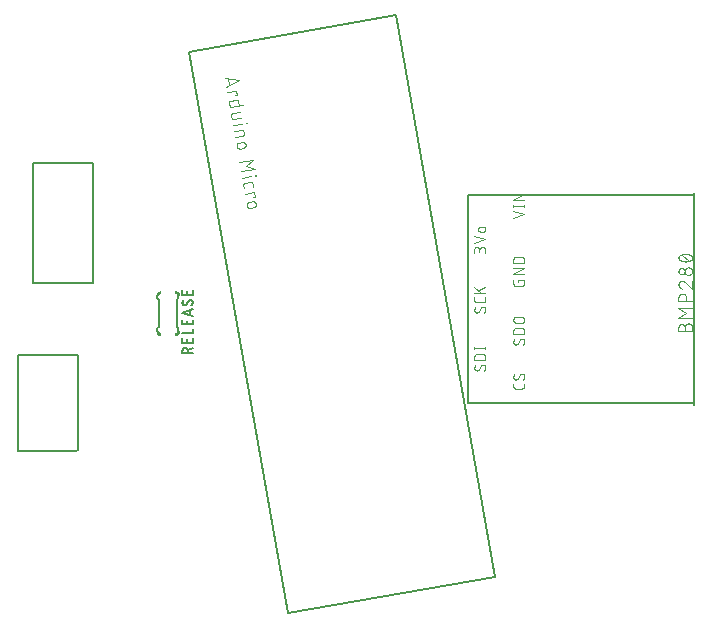
<source format=gbr>
G04 EAGLE Gerber RS-274X export*
G75*
%MOMM*%
%FSLAX34Y34*%
%LPD*%
%INSilkscreen Top*%
%IPPOS*%
%AMOC8*
5,1,8,0,0,1.08239X$1,22.5*%
G01*
%ADD10C,0.152400*%
%ADD11C,0.127000*%
%ADD12C,0.101600*%
%ADD13C,0.076200*%
%ADD14C,0.015238*%


D10*
X76200Y269240D02*
X76200Y189230D01*
X74930Y187960D01*
X25400Y187960D01*
X25400Y269240D01*
X76200Y269240D01*
X407670Y228600D02*
X596900Y228600D01*
X598170Y227330D01*
X598170Y406400D01*
X596900Y405130D01*
X406400Y405130D01*
X406400Y228600D01*
D11*
X254000Y50800D02*
X170197Y526068D01*
X345296Y556943D01*
X429099Y81675D01*
X254000Y50800D01*
D12*
X212545Y502384D02*
X200363Y504191D01*
X201715Y496520D02*
X212545Y502384D01*
X204423Y497986D02*
X203408Y503739D01*
X202518Y491966D02*
X210189Y493318D01*
X210865Y489483D01*
X209587Y489257D01*
X216228Y481500D02*
X204721Y479471D01*
X204158Y482667D01*
X204144Y482753D01*
X204135Y482840D01*
X204130Y482927D01*
X204128Y483015D01*
X204130Y483102D01*
X204137Y483189D01*
X204147Y483276D01*
X204161Y483362D01*
X204179Y483448D01*
X204201Y483532D01*
X204226Y483616D01*
X204256Y483698D01*
X204289Y483779D01*
X204325Y483859D01*
X204365Y483936D01*
X204409Y484012D01*
X204455Y484086D01*
X204506Y484157D01*
X204559Y484227D01*
X204615Y484293D01*
X204674Y484358D01*
X204737Y484419D01*
X204801Y484478D01*
X204869Y484533D01*
X204938Y484586D01*
X205011Y484635D01*
X205085Y484681D01*
X205161Y484724D01*
X205239Y484763D01*
X205319Y484799D01*
X205400Y484831D01*
X205483Y484860D01*
X205566Y484884D01*
X205651Y484905D01*
X205737Y484922D01*
X205737Y484923D02*
X209573Y485599D01*
X209659Y485613D01*
X209746Y485622D01*
X209833Y485627D01*
X209921Y485629D01*
X210008Y485627D01*
X210095Y485620D01*
X210182Y485610D01*
X210268Y485596D01*
X210354Y485578D01*
X210438Y485556D01*
X210522Y485531D01*
X210604Y485501D01*
X210685Y485468D01*
X210765Y485432D01*
X210842Y485392D01*
X210918Y485348D01*
X210992Y485302D01*
X211063Y485251D01*
X211133Y485198D01*
X211199Y485142D01*
X211264Y485083D01*
X211325Y485020D01*
X211384Y484956D01*
X211439Y484888D01*
X211492Y484819D01*
X211541Y484746D01*
X211587Y484672D01*
X211630Y484596D01*
X211669Y484518D01*
X211705Y484438D01*
X211737Y484357D01*
X211766Y484274D01*
X211790Y484191D01*
X211811Y484106D01*
X211828Y484020D01*
X211829Y484020D02*
X212392Y480824D01*
X213353Y475374D02*
X207600Y474359D01*
X207600Y474358D02*
X207514Y474341D01*
X207429Y474320D01*
X207346Y474296D01*
X207263Y474267D01*
X207182Y474235D01*
X207102Y474199D01*
X207024Y474160D01*
X206948Y474117D01*
X206874Y474071D01*
X206801Y474022D01*
X206732Y473969D01*
X206664Y473914D01*
X206600Y473855D01*
X206537Y473794D01*
X206478Y473729D01*
X206422Y473663D01*
X206369Y473593D01*
X206318Y473522D01*
X206272Y473448D01*
X206228Y473372D01*
X206188Y473295D01*
X206152Y473215D01*
X206119Y473134D01*
X206089Y473052D01*
X206064Y472968D01*
X206042Y472884D01*
X206024Y472798D01*
X206010Y472712D01*
X206000Y472625D01*
X205993Y472538D01*
X205991Y472451D01*
X205993Y472363D01*
X205998Y472276D01*
X206007Y472189D01*
X206021Y472103D01*
X206020Y472103D02*
X206584Y468907D01*
X214255Y470260D01*
X215127Y465312D02*
X207456Y463960D01*
X218267Y466196D02*
X218906Y466308D01*
X219019Y465669D01*
X218380Y465556D01*
X218267Y466196D01*
X215999Y460365D02*
X208329Y459013D01*
X215999Y460365D02*
X216563Y457169D01*
X216562Y457169D02*
X216576Y457083D01*
X216585Y456996D01*
X216590Y456909D01*
X216592Y456821D01*
X216590Y456734D01*
X216583Y456647D01*
X216573Y456560D01*
X216559Y456474D01*
X216541Y456388D01*
X216519Y456304D01*
X216494Y456220D01*
X216464Y456138D01*
X216431Y456057D01*
X216395Y455978D01*
X216355Y455900D01*
X216311Y455824D01*
X216265Y455750D01*
X216214Y455679D01*
X216161Y455610D01*
X216105Y455543D01*
X216046Y455479D01*
X215983Y455417D01*
X215919Y455358D01*
X215851Y455303D01*
X215782Y455250D01*
X215710Y455201D01*
X215635Y455155D01*
X215559Y455112D01*
X215481Y455073D01*
X215401Y455037D01*
X215320Y455005D01*
X215237Y454976D01*
X215154Y454952D01*
X215069Y454931D01*
X214983Y454914D01*
X214983Y454913D02*
X209230Y453899D01*
X212672Y449333D02*
X215229Y449784D01*
X215329Y449799D01*
X215429Y449811D01*
X215529Y449819D01*
X215630Y449823D01*
X215730Y449823D01*
X215831Y449819D01*
X215931Y449811D01*
X216031Y449799D01*
X216131Y449784D01*
X216230Y449764D01*
X216328Y449741D01*
X216425Y449714D01*
X216520Y449683D01*
X216615Y449649D01*
X216708Y449611D01*
X216800Y449569D01*
X216890Y449524D01*
X216978Y449475D01*
X217064Y449423D01*
X217148Y449368D01*
X217230Y449309D01*
X217310Y449248D01*
X217387Y449183D01*
X217461Y449115D01*
X217533Y449045D01*
X217602Y448972D01*
X217669Y448896D01*
X217732Y448817D01*
X217792Y448737D01*
X217849Y448654D01*
X217903Y448568D01*
X217953Y448481D01*
X218000Y448392D01*
X218043Y448301D01*
X218083Y448209D01*
X218119Y448115D01*
X218152Y448020D01*
X218181Y447923D01*
X218206Y447826D01*
X218227Y447727D01*
X218245Y447628D01*
X218258Y447528D01*
X218268Y447428D01*
X218274Y447328D01*
X218276Y447227D01*
X218274Y447126D01*
X218268Y447026D01*
X218258Y446926D01*
X218245Y446826D01*
X218227Y446727D01*
X218206Y446628D01*
X218181Y446531D01*
X218152Y446434D01*
X218119Y446339D01*
X218083Y446245D01*
X218043Y446153D01*
X218000Y446062D01*
X217953Y445973D01*
X217903Y445886D01*
X217849Y445800D01*
X217792Y445717D01*
X217732Y445637D01*
X217669Y445558D01*
X217602Y445482D01*
X217533Y445409D01*
X217461Y445339D01*
X217387Y445271D01*
X217310Y445206D01*
X217230Y445145D01*
X217148Y445086D01*
X217064Y445031D01*
X216978Y444979D01*
X216890Y444930D01*
X216800Y444885D01*
X216708Y444843D01*
X216615Y444805D01*
X216520Y444771D01*
X216425Y444740D01*
X216328Y444713D01*
X216230Y444690D01*
X216131Y444670D01*
X216130Y444670D02*
X213574Y444219D01*
X213474Y444204D01*
X213374Y444192D01*
X213274Y444184D01*
X213173Y444180D01*
X213073Y444180D01*
X212972Y444184D01*
X212872Y444192D01*
X212772Y444204D01*
X212672Y444219D01*
X212573Y444239D01*
X212475Y444262D01*
X212378Y444289D01*
X212283Y444320D01*
X212188Y444354D01*
X212095Y444392D01*
X212003Y444434D01*
X211913Y444479D01*
X211825Y444528D01*
X211739Y444580D01*
X211655Y444635D01*
X211573Y444694D01*
X211493Y444755D01*
X211416Y444820D01*
X211342Y444888D01*
X211270Y444958D01*
X211201Y445031D01*
X211134Y445107D01*
X211071Y445186D01*
X211011Y445266D01*
X210954Y445349D01*
X210900Y445435D01*
X210850Y445522D01*
X210803Y445611D01*
X210760Y445702D01*
X210720Y445794D01*
X210684Y445888D01*
X210651Y445983D01*
X210622Y446080D01*
X210597Y446177D01*
X210576Y446276D01*
X210558Y446375D01*
X210545Y446475D01*
X210535Y446575D01*
X210529Y446675D01*
X210527Y446776D01*
X210529Y446877D01*
X210535Y446977D01*
X210545Y447077D01*
X210558Y447177D01*
X210576Y447276D01*
X210597Y447375D01*
X210622Y447472D01*
X210651Y447569D01*
X210684Y447664D01*
X210720Y447758D01*
X210760Y447850D01*
X210803Y447941D01*
X210850Y448030D01*
X210900Y448117D01*
X210954Y448203D01*
X211011Y448286D01*
X211071Y448366D01*
X211134Y448445D01*
X211201Y448521D01*
X211270Y448594D01*
X211341Y448664D01*
X211416Y448732D01*
X211493Y448797D01*
X211573Y448858D01*
X211655Y448917D01*
X211739Y448972D01*
X211825Y449024D01*
X211913Y449073D01*
X212003Y449118D01*
X212095Y449160D01*
X212188Y449198D01*
X212283Y449232D01*
X212378Y449263D01*
X212475Y449290D01*
X212573Y449313D01*
X212672Y449333D01*
X212999Y432525D02*
X224505Y434554D01*
X218789Y429592D01*
X225858Y426883D01*
X214351Y424854D01*
X215263Y419685D02*
X222934Y421037D01*
X226074Y421920D02*
X226713Y422033D01*
X226826Y421394D01*
X226187Y421281D01*
X226074Y421920D01*
X216410Y413182D02*
X216860Y410625D01*
X216410Y413182D02*
X216396Y413268D01*
X216387Y413355D01*
X216382Y413442D01*
X216380Y413530D01*
X216382Y413617D01*
X216389Y413704D01*
X216399Y413791D01*
X216413Y413877D01*
X216431Y413963D01*
X216453Y414047D01*
X216478Y414131D01*
X216508Y414213D01*
X216541Y414294D01*
X216577Y414374D01*
X216617Y414451D01*
X216661Y414527D01*
X216707Y414601D01*
X216758Y414672D01*
X216811Y414742D01*
X216867Y414808D01*
X216926Y414873D01*
X216989Y414934D01*
X217053Y414993D01*
X217121Y415048D01*
X217190Y415101D01*
X217263Y415150D01*
X217337Y415196D01*
X217413Y415239D01*
X217491Y415278D01*
X217571Y415314D01*
X217652Y415346D01*
X217735Y415375D01*
X217818Y415399D01*
X217903Y415420D01*
X217989Y415437D01*
X217989Y415438D02*
X221825Y416114D01*
X221825Y416113D02*
X221911Y416127D01*
X221998Y416136D01*
X222085Y416141D01*
X222173Y416143D01*
X222260Y416141D01*
X222347Y416134D01*
X222434Y416124D01*
X222520Y416110D01*
X222606Y416092D01*
X222690Y416070D01*
X222774Y416045D01*
X222856Y416015D01*
X222937Y415982D01*
X223017Y415946D01*
X223094Y415906D01*
X223170Y415862D01*
X223244Y415816D01*
X223315Y415765D01*
X223385Y415712D01*
X223451Y415656D01*
X223516Y415597D01*
X223577Y415534D01*
X223636Y415470D01*
X223691Y415402D01*
X223744Y415333D01*
X223793Y415260D01*
X223839Y415186D01*
X223882Y415110D01*
X223921Y415032D01*
X223957Y414952D01*
X223989Y414871D01*
X224018Y414788D01*
X224042Y414705D01*
X224063Y414620D01*
X224080Y414534D01*
X224531Y411977D01*
X225339Y407395D02*
X217668Y406042D01*
X225339Y407395D02*
X226016Y403559D01*
X224737Y403334D01*
X224094Y399505D02*
X221537Y399054D01*
X224094Y399505D02*
X224194Y399520D01*
X224294Y399532D01*
X224394Y399540D01*
X224495Y399544D01*
X224595Y399544D01*
X224696Y399540D01*
X224796Y399532D01*
X224896Y399520D01*
X224996Y399505D01*
X225095Y399485D01*
X225193Y399462D01*
X225290Y399435D01*
X225385Y399404D01*
X225480Y399370D01*
X225573Y399332D01*
X225665Y399290D01*
X225755Y399245D01*
X225843Y399196D01*
X225929Y399144D01*
X226013Y399089D01*
X226095Y399030D01*
X226175Y398969D01*
X226252Y398904D01*
X226326Y398836D01*
X226398Y398766D01*
X226467Y398693D01*
X226534Y398617D01*
X226597Y398538D01*
X226657Y398458D01*
X226714Y398375D01*
X226768Y398289D01*
X226818Y398202D01*
X226865Y398113D01*
X226908Y398022D01*
X226948Y397930D01*
X226984Y397836D01*
X227017Y397741D01*
X227046Y397644D01*
X227071Y397547D01*
X227092Y397448D01*
X227110Y397349D01*
X227123Y397249D01*
X227133Y397149D01*
X227139Y397049D01*
X227141Y396948D01*
X227139Y396847D01*
X227133Y396747D01*
X227123Y396647D01*
X227110Y396547D01*
X227092Y396448D01*
X227071Y396349D01*
X227046Y396252D01*
X227017Y396155D01*
X226984Y396060D01*
X226948Y395966D01*
X226908Y395874D01*
X226865Y395783D01*
X226818Y395694D01*
X226768Y395607D01*
X226714Y395521D01*
X226657Y395438D01*
X226597Y395358D01*
X226534Y395279D01*
X226467Y395203D01*
X226398Y395130D01*
X226326Y395060D01*
X226252Y394992D01*
X226175Y394927D01*
X226095Y394866D01*
X226013Y394807D01*
X225929Y394752D01*
X225843Y394700D01*
X225755Y394651D01*
X225665Y394606D01*
X225573Y394564D01*
X225480Y394526D01*
X225385Y394492D01*
X225290Y394461D01*
X225193Y394434D01*
X225095Y394411D01*
X224996Y394391D01*
X222439Y393940D01*
X222339Y393925D01*
X222239Y393913D01*
X222139Y393905D01*
X222038Y393901D01*
X221938Y393901D01*
X221837Y393905D01*
X221737Y393913D01*
X221637Y393925D01*
X221537Y393940D01*
X221438Y393960D01*
X221340Y393983D01*
X221243Y394010D01*
X221148Y394041D01*
X221053Y394075D01*
X220960Y394113D01*
X220868Y394155D01*
X220778Y394200D01*
X220690Y394249D01*
X220604Y394301D01*
X220520Y394356D01*
X220438Y394415D01*
X220358Y394476D01*
X220281Y394541D01*
X220207Y394609D01*
X220135Y394679D01*
X220066Y394752D01*
X219999Y394828D01*
X219936Y394907D01*
X219876Y394987D01*
X219819Y395070D01*
X219765Y395156D01*
X219715Y395243D01*
X219668Y395332D01*
X219625Y395423D01*
X219585Y395515D01*
X219549Y395609D01*
X219516Y395704D01*
X219487Y395801D01*
X219462Y395898D01*
X219441Y395997D01*
X219423Y396096D01*
X219410Y396196D01*
X219400Y396296D01*
X219394Y396396D01*
X219392Y396497D01*
X219394Y396598D01*
X219400Y396698D01*
X219410Y396798D01*
X219423Y396898D01*
X219441Y396997D01*
X219462Y397096D01*
X219487Y397193D01*
X219516Y397290D01*
X219549Y397385D01*
X219585Y397479D01*
X219625Y397571D01*
X219668Y397662D01*
X219715Y397751D01*
X219765Y397838D01*
X219819Y397924D01*
X219876Y398007D01*
X219936Y398087D01*
X219999Y398166D01*
X220066Y398242D01*
X220135Y398315D01*
X220206Y398385D01*
X220281Y398453D01*
X220358Y398518D01*
X220438Y398579D01*
X220520Y398638D01*
X220604Y398693D01*
X220690Y398745D01*
X220778Y398794D01*
X220868Y398839D01*
X220960Y398881D01*
X221053Y398919D01*
X221148Y398953D01*
X221243Y398984D01*
X221340Y399011D01*
X221438Y399034D01*
X221537Y399054D01*
D11*
X38100Y431800D02*
X38100Y330200D01*
X38100Y431800D02*
X88900Y431800D01*
X88900Y330200D01*
X38100Y330200D01*
D13*
X444881Y385341D02*
X454279Y388473D01*
X444881Y391606D01*
X444881Y395788D02*
X454279Y395788D01*
X454279Y394744D02*
X454279Y396833D01*
X444881Y396833D02*
X444881Y394744D01*
X444881Y400798D02*
X454279Y400798D01*
X454279Y406019D02*
X444881Y400798D01*
X444881Y406019D02*
X454279Y406019D01*
X421259Y358312D02*
X421259Y355702D01*
X421259Y358312D02*
X421257Y358413D01*
X421251Y358514D01*
X421241Y358615D01*
X421228Y358715D01*
X421210Y358815D01*
X421189Y358914D01*
X421163Y359012D01*
X421134Y359109D01*
X421102Y359205D01*
X421065Y359299D01*
X421025Y359392D01*
X420981Y359484D01*
X420934Y359573D01*
X420883Y359661D01*
X420829Y359747D01*
X420772Y359830D01*
X420712Y359912D01*
X420648Y359990D01*
X420582Y360067D01*
X420512Y360140D01*
X420440Y360211D01*
X420365Y360279D01*
X420287Y360344D01*
X420207Y360406D01*
X420125Y360465D01*
X420040Y360521D01*
X419954Y360573D01*
X419865Y360622D01*
X419774Y360668D01*
X419682Y360709D01*
X419588Y360748D01*
X419493Y360782D01*
X419397Y360813D01*
X419299Y360840D01*
X419201Y360864D01*
X419101Y360883D01*
X419001Y360899D01*
X418901Y360911D01*
X418800Y360919D01*
X418699Y360923D01*
X418597Y360923D01*
X418496Y360919D01*
X418395Y360911D01*
X418295Y360899D01*
X418195Y360883D01*
X418095Y360864D01*
X417997Y360840D01*
X417899Y360813D01*
X417803Y360782D01*
X417708Y360748D01*
X417614Y360709D01*
X417522Y360668D01*
X417431Y360622D01*
X417343Y360573D01*
X417256Y360521D01*
X417171Y360465D01*
X417089Y360406D01*
X417009Y360344D01*
X416931Y360279D01*
X416856Y360211D01*
X416784Y360140D01*
X416714Y360067D01*
X416648Y359990D01*
X416584Y359912D01*
X416524Y359830D01*
X416467Y359747D01*
X416413Y359661D01*
X416362Y359573D01*
X416315Y359484D01*
X416271Y359392D01*
X416231Y359299D01*
X416194Y359205D01*
X416162Y359109D01*
X416133Y359012D01*
X416107Y358914D01*
X416086Y358815D01*
X416068Y358715D01*
X416055Y358615D01*
X416045Y358514D01*
X416039Y358413D01*
X416037Y358312D01*
X411861Y358834D02*
X411861Y355702D01*
X411861Y358834D02*
X411863Y358924D01*
X411869Y359013D01*
X411878Y359103D01*
X411892Y359192D01*
X411909Y359280D01*
X411930Y359367D01*
X411955Y359454D01*
X411984Y359539D01*
X412016Y359623D01*
X412051Y359705D01*
X412091Y359786D01*
X412133Y359865D01*
X412179Y359942D01*
X412229Y360017D01*
X412281Y360090D01*
X412337Y360161D01*
X412395Y360229D01*
X412457Y360294D01*
X412521Y360357D01*
X412588Y360417D01*
X412657Y360474D01*
X412729Y360528D01*
X412803Y360579D01*
X412879Y360627D01*
X412957Y360671D01*
X413037Y360712D01*
X413119Y360750D01*
X413202Y360784D01*
X413287Y360814D01*
X413373Y360841D01*
X413459Y360864D01*
X413547Y360883D01*
X413636Y360898D01*
X413725Y360910D01*
X413814Y360918D01*
X413904Y360922D01*
X413994Y360922D01*
X414084Y360918D01*
X414173Y360910D01*
X414262Y360898D01*
X414351Y360883D01*
X414439Y360864D01*
X414525Y360841D01*
X414611Y360814D01*
X414696Y360784D01*
X414779Y360750D01*
X414861Y360712D01*
X414941Y360671D01*
X415019Y360627D01*
X415095Y360579D01*
X415169Y360528D01*
X415241Y360474D01*
X415310Y360417D01*
X415377Y360357D01*
X415441Y360294D01*
X415503Y360229D01*
X415561Y360161D01*
X415617Y360090D01*
X415669Y360017D01*
X415719Y359942D01*
X415765Y359865D01*
X415807Y359786D01*
X415847Y359705D01*
X415882Y359623D01*
X415914Y359539D01*
X415943Y359454D01*
X415968Y359367D01*
X415989Y359280D01*
X416006Y359192D01*
X416020Y359103D01*
X416029Y359013D01*
X416035Y358924D01*
X416037Y358834D01*
X416038Y358834D02*
X416038Y356746D01*
X411861Y364324D02*
X421259Y367456D01*
X411861Y370589D01*
X417082Y373902D02*
X419171Y373902D01*
X417082Y373903D02*
X416992Y373905D01*
X416903Y373911D01*
X416813Y373920D01*
X416724Y373934D01*
X416636Y373951D01*
X416549Y373972D01*
X416462Y373997D01*
X416377Y374026D01*
X416293Y374058D01*
X416211Y374093D01*
X416130Y374133D01*
X416051Y374175D01*
X415974Y374221D01*
X415899Y374271D01*
X415826Y374323D01*
X415755Y374379D01*
X415687Y374437D01*
X415622Y374499D01*
X415559Y374563D01*
X415499Y374630D01*
X415442Y374699D01*
X415388Y374771D01*
X415337Y374845D01*
X415289Y374921D01*
X415245Y374999D01*
X415204Y375079D01*
X415166Y375161D01*
X415132Y375244D01*
X415102Y375329D01*
X415075Y375415D01*
X415052Y375501D01*
X415033Y375589D01*
X415018Y375678D01*
X415006Y375767D01*
X414998Y375856D01*
X414994Y375946D01*
X414994Y376036D01*
X414998Y376126D01*
X415006Y376215D01*
X415018Y376304D01*
X415033Y376393D01*
X415052Y376481D01*
X415075Y376567D01*
X415102Y376653D01*
X415132Y376738D01*
X415166Y376821D01*
X415204Y376903D01*
X415245Y376983D01*
X415289Y377061D01*
X415337Y377137D01*
X415388Y377211D01*
X415442Y377283D01*
X415499Y377352D01*
X415559Y377419D01*
X415622Y377483D01*
X415687Y377545D01*
X415755Y377603D01*
X415826Y377659D01*
X415899Y377711D01*
X415974Y377761D01*
X416051Y377807D01*
X416130Y377849D01*
X416211Y377889D01*
X416293Y377924D01*
X416377Y377956D01*
X416462Y377985D01*
X416549Y378010D01*
X416636Y378031D01*
X416724Y378048D01*
X416813Y378062D01*
X416903Y378071D01*
X416992Y378077D01*
X417082Y378079D01*
X419171Y378079D01*
X419261Y378077D01*
X419350Y378071D01*
X419440Y378062D01*
X419529Y378048D01*
X419617Y378031D01*
X419704Y378010D01*
X419791Y377985D01*
X419876Y377956D01*
X419960Y377924D01*
X420042Y377889D01*
X420123Y377849D01*
X420202Y377807D01*
X420279Y377761D01*
X420354Y377711D01*
X420427Y377659D01*
X420498Y377603D01*
X420566Y377545D01*
X420631Y377483D01*
X420694Y377419D01*
X420754Y377352D01*
X420811Y377283D01*
X420865Y377211D01*
X420916Y377137D01*
X420964Y377061D01*
X421008Y376983D01*
X421049Y376903D01*
X421087Y376821D01*
X421121Y376738D01*
X421151Y376653D01*
X421178Y376567D01*
X421201Y376481D01*
X421220Y376393D01*
X421235Y376304D01*
X421247Y376215D01*
X421255Y376126D01*
X421259Y376036D01*
X421259Y375946D01*
X421255Y375856D01*
X421247Y375767D01*
X421235Y375678D01*
X421220Y375589D01*
X421201Y375501D01*
X421178Y375415D01*
X421151Y375329D01*
X421121Y375244D01*
X421087Y375161D01*
X421049Y375079D01*
X421008Y374999D01*
X420964Y374921D01*
X420916Y374845D01*
X420865Y374771D01*
X420811Y374699D01*
X420754Y374630D01*
X420694Y374563D01*
X420631Y374499D01*
X420566Y374437D01*
X420498Y374379D01*
X420427Y374323D01*
X420354Y374271D01*
X420279Y374221D01*
X420202Y374175D01*
X420123Y374133D01*
X420042Y374093D01*
X419960Y374058D01*
X419876Y374026D01*
X419791Y373997D01*
X419704Y373972D01*
X419617Y373951D01*
X419529Y373934D01*
X419440Y373920D01*
X419350Y373911D01*
X419261Y373905D01*
X419171Y373903D01*
X449058Y333172D02*
X449058Y331605D01*
X449058Y333172D02*
X454279Y333172D01*
X454279Y330039D01*
X454277Y329950D01*
X454271Y329862D01*
X454262Y329774D01*
X454249Y329686D01*
X454232Y329599D01*
X454212Y329513D01*
X454187Y329428D01*
X454160Y329343D01*
X454128Y329260D01*
X454094Y329179D01*
X454055Y329099D01*
X454014Y329021D01*
X453969Y328944D01*
X453921Y328870D01*
X453870Y328797D01*
X453816Y328727D01*
X453758Y328660D01*
X453698Y328594D01*
X453636Y328532D01*
X453570Y328472D01*
X453503Y328414D01*
X453433Y328360D01*
X453360Y328309D01*
X453286Y328261D01*
X453209Y328216D01*
X453131Y328175D01*
X453051Y328136D01*
X452970Y328102D01*
X452887Y328070D01*
X452802Y328043D01*
X452717Y328018D01*
X452631Y327998D01*
X452544Y327981D01*
X452456Y327968D01*
X452368Y327959D01*
X452280Y327953D01*
X452191Y327951D01*
X446969Y327951D01*
X446969Y327950D02*
X446878Y327952D01*
X446787Y327958D01*
X446696Y327968D01*
X446606Y327982D01*
X446517Y328000D01*
X446428Y328021D01*
X446341Y328047D01*
X446255Y328076D01*
X446170Y328109D01*
X446086Y328146D01*
X446004Y328186D01*
X445925Y328230D01*
X445847Y328277D01*
X445771Y328328D01*
X445697Y328382D01*
X445626Y328439D01*
X445558Y328499D01*
X445492Y328562D01*
X445429Y328628D01*
X445369Y328696D01*
X445312Y328767D01*
X445258Y328841D01*
X445207Y328917D01*
X445160Y328994D01*
X445116Y329074D01*
X445076Y329156D01*
X445039Y329240D01*
X445006Y329324D01*
X444977Y329411D01*
X444951Y329498D01*
X444930Y329587D01*
X444912Y329676D01*
X444898Y329766D01*
X444888Y329857D01*
X444882Y329948D01*
X444880Y330039D01*
X444881Y330039D02*
X444881Y333172D01*
X444881Y337704D02*
X454279Y337704D01*
X454279Y342925D02*
X444881Y337704D01*
X444881Y342925D02*
X454279Y342925D01*
X454279Y347458D02*
X444881Y347458D01*
X444881Y350068D01*
X444883Y350168D01*
X444889Y350268D01*
X444898Y350367D01*
X444912Y350467D01*
X444929Y350565D01*
X444950Y350663D01*
X444974Y350760D01*
X445003Y350856D01*
X445035Y350951D01*
X445070Y351044D01*
X445109Y351136D01*
X445152Y351227D01*
X445198Y351315D01*
X445248Y351402D01*
X445300Y351487D01*
X445356Y351570D01*
X445415Y351651D01*
X445478Y351729D01*
X445543Y351805D01*
X445611Y351879D01*
X445681Y351949D01*
X445755Y352017D01*
X445831Y352082D01*
X445909Y352145D01*
X445990Y352204D01*
X446073Y352260D01*
X446158Y352312D01*
X446245Y352362D01*
X446333Y352408D01*
X446424Y352451D01*
X446516Y352490D01*
X446609Y352525D01*
X446704Y352557D01*
X446800Y352586D01*
X446897Y352610D01*
X446995Y352631D01*
X447093Y352648D01*
X447193Y352662D01*
X447292Y352671D01*
X447392Y352677D01*
X447492Y352679D01*
X451668Y352679D01*
X451768Y352677D01*
X451868Y352671D01*
X451967Y352662D01*
X452067Y352648D01*
X452165Y352631D01*
X452263Y352610D01*
X452360Y352586D01*
X452456Y352557D01*
X452551Y352525D01*
X452644Y352490D01*
X452736Y352451D01*
X452827Y352408D01*
X452915Y352362D01*
X453002Y352312D01*
X453087Y352260D01*
X453170Y352204D01*
X453251Y352145D01*
X453329Y352082D01*
X453405Y352017D01*
X453479Y351949D01*
X453549Y351879D01*
X453617Y351805D01*
X453682Y351729D01*
X453745Y351651D01*
X453804Y351570D01*
X453860Y351487D01*
X453912Y351402D01*
X453962Y351315D01*
X454008Y351227D01*
X454051Y351136D01*
X454090Y351044D01*
X454125Y350951D01*
X454157Y350856D01*
X454186Y350760D01*
X454210Y350663D01*
X454231Y350565D01*
X454248Y350467D01*
X454262Y350367D01*
X454271Y350268D01*
X454277Y350168D01*
X454279Y350068D01*
X454279Y347458D01*
X419171Y310383D02*
X419260Y310381D01*
X419348Y310375D01*
X419436Y310366D01*
X419524Y310353D01*
X419611Y310336D01*
X419697Y310316D01*
X419782Y310291D01*
X419867Y310264D01*
X419950Y310232D01*
X420031Y310198D01*
X420111Y310159D01*
X420189Y310118D01*
X420266Y310073D01*
X420340Y310025D01*
X420413Y309974D01*
X420483Y309920D01*
X420550Y309862D01*
X420616Y309802D01*
X420678Y309740D01*
X420738Y309674D01*
X420796Y309607D01*
X420850Y309537D01*
X420901Y309464D01*
X420949Y309390D01*
X420994Y309313D01*
X421035Y309235D01*
X421074Y309155D01*
X421108Y309074D01*
X421140Y308991D01*
X421167Y308906D01*
X421192Y308821D01*
X421212Y308735D01*
X421229Y308648D01*
X421242Y308560D01*
X421251Y308472D01*
X421257Y308384D01*
X421259Y308295D01*
X421257Y308166D01*
X421251Y308037D01*
X421242Y307908D01*
X421229Y307780D01*
X421212Y307652D01*
X421191Y307525D01*
X421167Y307398D01*
X421139Y307272D01*
X421107Y307147D01*
X421072Y307023D01*
X421033Y306900D01*
X420990Y306778D01*
X420944Y306658D01*
X420894Y306539D01*
X420841Y306421D01*
X420785Y306305D01*
X420725Y306191D01*
X420662Y306078D01*
X420595Y305968D01*
X420526Y305859D01*
X420453Y305753D01*
X420377Y305648D01*
X420298Y305546D01*
X420216Y305447D01*
X420132Y305349D01*
X420044Y305254D01*
X419954Y305162D01*
X413949Y305424D02*
X413860Y305426D01*
X413772Y305432D01*
X413684Y305441D01*
X413596Y305454D01*
X413509Y305471D01*
X413423Y305491D01*
X413338Y305516D01*
X413253Y305543D01*
X413170Y305575D01*
X413089Y305609D01*
X413009Y305648D01*
X412931Y305689D01*
X412854Y305734D01*
X412780Y305782D01*
X412707Y305833D01*
X412637Y305887D01*
X412570Y305945D01*
X412504Y306005D01*
X412442Y306067D01*
X412382Y306133D01*
X412324Y306200D01*
X412270Y306270D01*
X412219Y306343D01*
X412171Y306417D01*
X412126Y306494D01*
X412085Y306572D01*
X412046Y306652D01*
X412012Y306733D01*
X411980Y306816D01*
X411953Y306901D01*
X411928Y306986D01*
X411908Y307072D01*
X411891Y307159D01*
X411878Y307247D01*
X411869Y307335D01*
X411863Y307423D01*
X411861Y307512D01*
X411863Y307632D01*
X411868Y307752D01*
X411878Y307871D01*
X411890Y307991D01*
X411907Y308110D01*
X411927Y308228D01*
X411951Y308346D01*
X411978Y308462D01*
X412009Y308578D01*
X412043Y308693D01*
X412081Y308807D01*
X412123Y308920D01*
X412168Y309031D01*
X412216Y309141D01*
X412267Y309249D01*
X412322Y309356D01*
X412380Y309461D01*
X412442Y309564D01*
X412506Y309665D01*
X412574Y309765D01*
X412644Y309862D01*
X415776Y306468D02*
X415728Y306390D01*
X415676Y306314D01*
X415622Y306241D01*
X415564Y306170D01*
X415503Y306101D01*
X415439Y306035D01*
X415372Y305972D01*
X415303Y305912D01*
X415231Y305855D01*
X415157Y305801D01*
X415080Y305751D01*
X415001Y305703D01*
X414921Y305660D01*
X414838Y305619D01*
X414754Y305583D01*
X414669Y305550D01*
X414582Y305521D01*
X414493Y305495D01*
X414404Y305473D01*
X414314Y305456D01*
X414224Y305442D01*
X414132Y305432D01*
X414041Y305426D01*
X413949Y305424D01*
X417344Y309340D02*
X417392Y309418D01*
X417444Y309494D01*
X417498Y309567D01*
X417556Y309638D01*
X417617Y309707D01*
X417681Y309773D01*
X417748Y309836D01*
X417817Y309896D01*
X417889Y309953D01*
X417963Y310007D01*
X418040Y310057D01*
X418119Y310105D01*
X418199Y310148D01*
X418282Y310189D01*
X418366Y310225D01*
X418451Y310258D01*
X418538Y310287D01*
X418627Y310313D01*
X418716Y310335D01*
X418806Y310352D01*
X418896Y310366D01*
X418988Y310376D01*
X419079Y310382D01*
X419171Y310384D01*
X417343Y309340D02*
X415777Y306468D01*
X421259Y316065D02*
X421259Y318153D01*
X421259Y316065D02*
X421257Y315976D01*
X421251Y315888D01*
X421242Y315800D01*
X421229Y315712D01*
X421212Y315625D01*
X421192Y315539D01*
X421167Y315454D01*
X421140Y315369D01*
X421108Y315286D01*
X421074Y315205D01*
X421035Y315125D01*
X420994Y315047D01*
X420949Y314970D01*
X420901Y314896D01*
X420850Y314823D01*
X420796Y314753D01*
X420738Y314686D01*
X420678Y314620D01*
X420616Y314558D01*
X420550Y314498D01*
X420483Y314440D01*
X420413Y314386D01*
X420340Y314335D01*
X420266Y314287D01*
X420189Y314242D01*
X420111Y314201D01*
X420031Y314162D01*
X419950Y314128D01*
X419867Y314096D01*
X419782Y314069D01*
X419697Y314044D01*
X419611Y314024D01*
X419524Y314007D01*
X419436Y313994D01*
X419348Y313985D01*
X419260Y313979D01*
X419171Y313977D01*
X419171Y313976D02*
X413949Y313976D01*
X413858Y313978D01*
X413767Y313984D01*
X413676Y313994D01*
X413586Y314008D01*
X413497Y314026D01*
X413408Y314047D01*
X413321Y314073D01*
X413235Y314102D01*
X413150Y314135D01*
X413066Y314172D01*
X412984Y314212D01*
X412905Y314256D01*
X412827Y314303D01*
X412751Y314354D01*
X412677Y314408D01*
X412606Y314465D01*
X412538Y314525D01*
X412472Y314588D01*
X412409Y314654D01*
X412349Y314722D01*
X412292Y314793D01*
X412238Y314867D01*
X412187Y314943D01*
X412140Y315020D01*
X412096Y315100D01*
X412056Y315182D01*
X412019Y315266D01*
X411986Y315350D01*
X411957Y315437D01*
X411931Y315524D01*
X411910Y315613D01*
X411892Y315702D01*
X411878Y315792D01*
X411868Y315883D01*
X411862Y315974D01*
X411860Y316065D01*
X411861Y316065D02*
X411861Y318153D01*
X411861Y322058D02*
X421259Y322058D01*
X417604Y322058D02*
X411861Y327279D01*
X415516Y324146D02*
X421259Y327279D01*
X452191Y283286D02*
X452280Y283284D01*
X452368Y283278D01*
X452456Y283269D01*
X452544Y283256D01*
X452631Y283239D01*
X452717Y283219D01*
X452802Y283194D01*
X452887Y283167D01*
X452970Y283135D01*
X453051Y283101D01*
X453131Y283062D01*
X453209Y283021D01*
X453286Y282976D01*
X453360Y282928D01*
X453433Y282877D01*
X453503Y282823D01*
X453570Y282765D01*
X453636Y282705D01*
X453698Y282643D01*
X453758Y282577D01*
X453816Y282510D01*
X453870Y282440D01*
X453921Y282367D01*
X453969Y282293D01*
X454014Y282216D01*
X454055Y282138D01*
X454094Y282058D01*
X454128Y281977D01*
X454160Y281894D01*
X454187Y281809D01*
X454212Y281724D01*
X454232Y281638D01*
X454249Y281551D01*
X454262Y281463D01*
X454271Y281375D01*
X454277Y281287D01*
X454279Y281198D01*
X454277Y281069D01*
X454271Y280940D01*
X454262Y280811D01*
X454249Y280683D01*
X454232Y280555D01*
X454211Y280428D01*
X454187Y280301D01*
X454159Y280175D01*
X454127Y280050D01*
X454092Y279926D01*
X454053Y279803D01*
X454010Y279681D01*
X453964Y279561D01*
X453914Y279442D01*
X453861Y279324D01*
X453805Y279208D01*
X453745Y279094D01*
X453682Y278981D01*
X453615Y278871D01*
X453546Y278762D01*
X453473Y278656D01*
X453397Y278551D01*
X453318Y278449D01*
X453236Y278350D01*
X453152Y278252D01*
X453064Y278157D01*
X452974Y278065D01*
X446969Y278327D02*
X446880Y278329D01*
X446792Y278335D01*
X446704Y278344D01*
X446616Y278357D01*
X446529Y278374D01*
X446443Y278394D01*
X446358Y278419D01*
X446273Y278446D01*
X446190Y278478D01*
X446109Y278512D01*
X446029Y278551D01*
X445951Y278592D01*
X445874Y278637D01*
X445800Y278685D01*
X445727Y278736D01*
X445657Y278790D01*
X445590Y278848D01*
X445524Y278908D01*
X445462Y278970D01*
X445402Y279036D01*
X445344Y279103D01*
X445290Y279173D01*
X445239Y279246D01*
X445191Y279320D01*
X445146Y279397D01*
X445105Y279475D01*
X445066Y279555D01*
X445032Y279636D01*
X445000Y279719D01*
X444973Y279804D01*
X444948Y279889D01*
X444928Y279975D01*
X444911Y280062D01*
X444898Y280150D01*
X444889Y280238D01*
X444883Y280326D01*
X444881Y280415D01*
X444883Y280535D01*
X444888Y280655D01*
X444898Y280774D01*
X444910Y280894D01*
X444927Y281013D01*
X444947Y281131D01*
X444971Y281249D01*
X444998Y281365D01*
X445029Y281481D01*
X445063Y281596D01*
X445101Y281710D01*
X445143Y281823D01*
X445188Y281934D01*
X445236Y282044D01*
X445287Y282152D01*
X445342Y282259D01*
X445400Y282364D01*
X445462Y282467D01*
X445526Y282568D01*
X445594Y282668D01*
X445664Y282765D01*
X448796Y279370D02*
X448748Y279292D01*
X448696Y279216D01*
X448642Y279143D01*
X448584Y279072D01*
X448523Y279003D01*
X448459Y278937D01*
X448392Y278874D01*
X448323Y278814D01*
X448251Y278757D01*
X448177Y278703D01*
X448100Y278653D01*
X448021Y278605D01*
X447941Y278562D01*
X447858Y278521D01*
X447774Y278485D01*
X447689Y278452D01*
X447602Y278423D01*
X447513Y278397D01*
X447424Y278375D01*
X447334Y278358D01*
X447244Y278344D01*
X447152Y278334D01*
X447061Y278328D01*
X446969Y278326D01*
X450364Y282242D02*
X450412Y282320D01*
X450464Y282396D01*
X450518Y282469D01*
X450576Y282540D01*
X450637Y282609D01*
X450701Y282675D01*
X450768Y282738D01*
X450837Y282798D01*
X450909Y282855D01*
X450983Y282909D01*
X451060Y282959D01*
X451139Y283007D01*
X451219Y283050D01*
X451302Y283091D01*
X451386Y283127D01*
X451471Y283160D01*
X451558Y283189D01*
X451647Y283215D01*
X451736Y283237D01*
X451826Y283254D01*
X451916Y283268D01*
X452008Y283278D01*
X452099Y283284D01*
X452191Y283286D01*
X450363Y282242D02*
X448797Y279370D01*
X444881Y287209D02*
X454279Y287209D01*
X444881Y287209D02*
X444881Y289820D01*
X444883Y289920D01*
X444889Y290020D01*
X444898Y290119D01*
X444912Y290219D01*
X444929Y290317D01*
X444950Y290415D01*
X444974Y290512D01*
X445003Y290608D01*
X445035Y290703D01*
X445070Y290796D01*
X445109Y290888D01*
X445152Y290979D01*
X445198Y291067D01*
X445248Y291154D01*
X445300Y291239D01*
X445356Y291322D01*
X445415Y291403D01*
X445478Y291481D01*
X445543Y291557D01*
X445611Y291631D01*
X445681Y291701D01*
X445755Y291769D01*
X445831Y291834D01*
X445909Y291897D01*
X445990Y291956D01*
X446073Y292012D01*
X446158Y292064D01*
X446245Y292114D01*
X446333Y292160D01*
X446424Y292203D01*
X446516Y292242D01*
X446609Y292277D01*
X446704Y292309D01*
X446800Y292338D01*
X446897Y292362D01*
X446995Y292383D01*
X447093Y292400D01*
X447193Y292414D01*
X447292Y292423D01*
X447392Y292429D01*
X447492Y292431D01*
X447492Y292430D02*
X451668Y292430D01*
X451668Y292431D02*
X451768Y292429D01*
X451868Y292423D01*
X451967Y292414D01*
X452067Y292400D01*
X452165Y292383D01*
X452263Y292362D01*
X452360Y292338D01*
X452456Y292309D01*
X452551Y292277D01*
X452644Y292242D01*
X452736Y292203D01*
X452827Y292160D01*
X452915Y292114D01*
X453002Y292064D01*
X453087Y292012D01*
X453170Y291956D01*
X453251Y291897D01*
X453329Y291834D01*
X453405Y291769D01*
X453479Y291701D01*
X453549Y291631D01*
X453617Y291557D01*
X453682Y291481D01*
X453745Y291403D01*
X453804Y291322D01*
X453860Y291239D01*
X453912Y291154D01*
X453962Y291067D01*
X454008Y290979D01*
X454051Y290888D01*
X454090Y290796D01*
X454125Y290703D01*
X454157Y290608D01*
X454186Y290512D01*
X454210Y290415D01*
X454231Y290317D01*
X454248Y290219D01*
X454262Y290119D01*
X454271Y290020D01*
X454277Y289920D01*
X454279Y289820D01*
X454279Y287209D01*
X451668Y296658D02*
X447492Y296658D01*
X447492Y296657D02*
X447391Y296659D01*
X447290Y296665D01*
X447189Y296675D01*
X447089Y296688D01*
X446989Y296706D01*
X446890Y296727D01*
X446792Y296753D01*
X446695Y296782D01*
X446599Y296814D01*
X446505Y296851D01*
X446412Y296891D01*
X446320Y296935D01*
X446231Y296982D01*
X446143Y297033D01*
X446057Y297087D01*
X445974Y297144D01*
X445892Y297204D01*
X445814Y297268D01*
X445737Y297334D01*
X445664Y297404D01*
X445593Y297476D01*
X445525Y297551D01*
X445460Y297629D01*
X445398Y297709D01*
X445339Y297791D01*
X445283Y297876D01*
X445231Y297963D01*
X445182Y298051D01*
X445136Y298142D01*
X445095Y298234D01*
X445056Y298328D01*
X445022Y298423D01*
X444991Y298519D01*
X444964Y298617D01*
X444940Y298715D01*
X444921Y298815D01*
X444905Y298915D01*
X444893Y299015D01*
X444885Y299116D01*
X444881Y299217D01*
X444881Y299319D01*
X444885Y299420D01*
X444893Y299521D01*
X444905Y299621D01*
X444921Y299721D01*
X444940Y299821D01*
X444964Y299919D01*
X444991Y300017D01*
X445022Y300113D01*
X445056Y300208D01*
X445095Y300302D01*
X445136Y300394D01*
X445182Y300485D01*
X445231Y300574D01*
X445283Y300660D01*
X445339Y300745D01*
X445398Y300827D01*
X445460Y300907D01*
X445525Y300985D01*
X445593Y301060D01*
X445664Y301132D01*
X445737Y301202D01*
X445814Y301268D01*
X445892Y301332D01*
X445974Y301392D01*
X446057Y301449D01*
X446143Y301503D01*
X446231Y301554D01*
X446320Y301601D01*
X446412Y301645D01*
X446505Y301685D01*
X446599Y301722D01*
X446695Y301754D01*
X446792Y301783D01*
X446890Y301809D01*
X446989Y301830D01*
X447089Y301848D01*
X447189Y301861D01*
X447290Y301871D01*
X447391Y301877D01*
X447492Y301879D01*
X451668Y301879D01*
X451769Y301877D01*
X451870Y301871D01*
X451971Y301861D01*
X452071Y301848D01*
X452171Y301830D01*
X452270Y301809D01*
X452368Y301783D01*
X452465Y301754D01*
X452561Y301722D01*
X452655Y301685D01*
X452748Y301645D01*
X452840Y301601D01*
X452929Y301554D01*
X453017Y301503D01*
X453103Y301449D01*
X453186Y301392D01*
X453268Y301332D01*
X453346Y301268D01*
X453423Y301202D01*
X453496Y301132D01*
X453567Y301060D01*
X453635Y300985D01*
X453700Y300907D01*
X453762Y300827D01*
X453821Y300745D01*
X453877Y300660D01*
X453929Y300573D01*
X453978Y300485D01*
X454024Y300394D01*
X454065Y300302D01*
X454104Y300208D01*
X454138Y300113D01*
X454169Y300017D01*
X454196Y299919D01*
X454220Y299821D01*
X454239Y299721D01*
X454255Y299621D01*
X454267Y299521D01*
X454275Y299420D01*
X454279Y299319D01*
X454279Y299217D01*
X454275Y299116D01*
X454267Y299015D01*
X454255Y298915D01*
X454239Y298815D01*
X454220Y298715D01*
X454196Y298617D01*
X454169Y298519D01*
X454138Y298423D01*
X454104Y298328D01*
X454065Y298234D01*
X454024Y298142D01*
X453978Y298051D01*
X453929Y297963D01*
X453877Y297876D01*
X453821Y297791D01*
X453762Y297709D01*
X453700Y297629D01*
X453635Y297551D01*
X453567Y297476D01*
X453496Y297404D01*
X453423Y297334D01*
X453346Y297268D01*
X453268Y297204D01*
X453186Y297144D01*
X453103Y297087D01*
X453017Y297033D01*
X452929Y296982D01*
X452840Y296935D01*
X452748Y296891D01*
X452655Y296851D01*
X452561Y296814D01*
X452465Y296782D01*
X452368Y296753D01*
X452270Y296727D01*
X452171Y296706D01*
X452071Y296688D01*
X451971Y296675D01*
X451870Y296665D01*
X451769Y296659D01*
X451668Y296657D01*
X419171Y261281D02*
X419260Y261279D01*
X419348Y261273D01*
X419436Y261264D01*
X419524Y261251D01*
X419611Y261234D01*
X419697Y261214D01*
X419782Y261189D01*
X419867Y261162D01*
X419950Y261130D01*
X420031Y261096D01*
X420111Y261057D01*
X420189Y261016D01*
X420266Y260971D01*
X420340Y260923D01*
X420413Y260872D01*
X420483Y260818D01*
X420550Y260760D01*
X420616Y260700D01*
X420678Y260638D01*
X420738Y260572D01*
X420796Y260505D01*
X420850Y260435D01*
X420901Y260362D01*
X420949Y260288D01*
X420994Y260211D01*
X421035Y260133D01*
X421074Y260053D01*
X421108Y259972D01*
X421140Y259889D01*
X421167Y259804D01*
X421192Y259719D01*
X421212Y259633D01*
X421229Y259546D01*
X421242Y259458D01*
X421251Y259370D01*
X421257Y259282D01*
X421259Y259193D01*
X421257Y259064D01*
X421251Y258935D01*
X421242Y258806D01*
X421229Y258678D01*
X421212Y258550D01*
X421191Y258423D01*
X421167Y258296D01*
X421139Y258170D01*
X421107Y258045D01*
X421072Y257921D01*
X421033Y257798D01*
X420990Y257676D01*
X420944Y257556D01*
X420894Y257437D01*
X420841Y257319D01*
X420785Y257203D01*
X420725Y257089D01*
X420662Y256976D01*
X420595Y256866D01*
X420526Y256757D01*
X420453Y256651D01*
X420377Y256546D01*
X420298Y256444D01*
X420216Y256345D01*
X420132Y256247D01*
X420044Y256152D01*
X419954Y256060D01*
X413949Y256322D02*
X413860Y256324D01*
X413772Y256330D01*
X413684Y256339D01*
X413596Y256352D01*
X413509Y256369D01*
X413423Y256389D01*
X413338Y256414D01*
X413253Y256441D01*
X413170Y256473D01*
X413089Y256507D01*
X413009Y256546D01*
X412931Y256587D01*
X412854Y256632D01*
X412780Y256680D01*
X412707Y256731D01*
X412637Y256785D01*
X412570Y256843D01*
X412504Y256903D01*
X412442Y256965D01*
X412382Y257031D01*
X412324Y257098D01*
X412270Y257168D01*
X412219Y257241D01*
X412171Y257315D01*
X412126Y257392D01*
X412085Y257470D01*
X412046Y257550D01*
X412012Y257631D01*
X411980Y257714D01*
X411953Y257799D01*
X411928Y257884D01*
X411908Y257970D01*
X411891Y258057D01*
X411878Y258145D01*
X411869Y258233D01*
X411863Y258321D01*
X411861Y258410D01*
X411863Y258530D01*
X411868Y258650D01*
X411878Y258769D01*
X411890Y258889D01*
X411907Y259008D01*
X411927Y259126D01*
X411951Y259244D01*
X411978Y259360D01*
X412009Y259476D01*
X412043Y259591D01*
X412081Y259705D01*
X412123Y259818D01*
X412168Y259929D01*
X412216Y260039D01*
X412267Y260147D01*
X412322Y260254D01*
X412380Y260359D01*
X412442Y260462D01*
X412506Y260563D01*
X412574Y260663D01*
X412644Y260760D01*
X415776Y257365D02*
X415728Y257287D01*
X415676Y257211D01*
X415622Y257138D01*
X415564Y257067D01*
X415503Y256998D01*
X415439Y256932D01*
X415372Y256869D01*
X415303Y256809D01*
X415231Y256752D01*
X415157Y256698D01*
X415080Y256648D01*
X415001Y256600D01*
X414921Y256557D01*
X414838Y256516D01*
X414754Y256480D01*
X414669Y256447D01*
X414582Y256418D01*
X414493Y256392D01*
X414404Y256370D01*
X414314Y256353D01*
X414224Y256339D01*
X414132Y256329D01*
X414041Y256323D01*
X413949Y256321D01*
X417344Y260237D02*
X417392Y260315D01*
X417444Y260391D01*
X417498Y260464D01*
X417556Y260535D01*
X417617Y260604D01*
X417681Y260670D01*
X417748Y260733D01*
X417817Y260793D01*
X417889Y260850D01*
X417963Y260904D01*
X418040Y260954D01*
X418119Y261002D01*
X418199Y261045D01*
X418282Y261086D01*
X418366Y261122D01*
X418451Y261155D01*
X418538Y261184D01*
X418627Y261210D01*
X418716Y261232D01*
X418806Y261249D01*
X418896Y261263D01*
X418988Y261273D01*
X419079Y261279D01*
X419171Y261281D01*
X417343Y260237D02*
X415777Y257366D01*
X411861Y265204D02*
X421259Y265204D01*
X411861Y265204D02*
X411861Y267815D01*
X411863Y267915D01*
X411869Y268015D01*
X411878Y268114D01*
X411892Y268214D01*
X411909Y268312D01*
X411930Y268410D01*
X411954Y268507D01*
X411983Y268603D01*
X412015Y268698D01*
X412050Y268791D01*
X412089Y268883D01*
X412132Y268974D01*
X412178Y269062D01*
X412228Y269149D01*
X412280Y269234D01*
X412336Y269317D01*
X412395Y269398D01*
X412458Y269476D01*
X412523Y269552D01*
X412591Y269626D01*
X412661Y269696D01*
X412735Y269764D01*
X412811Y269829D01*
X412889Y269892D01*
X412970Y269951D01*
X413053Y270007D01*
X413138Y270059D01*
X413225Y270109D01*
X413313Y270155D01*
X413404Y270198D01*
X413496Y270237D01*
X413589Y270272D01*
X413684Y270304D01*
X413780Y270333D01*
X413877Y270357D01*
X413975Y270378D01*
X414073Y270395D01*
X414173Y270409D01*
X414272Y270418D01*
X414372Y270424D01*
X414472Y270426D01*
X414472Y270425D02*
X418648Y270425D01*
X418648Y270426D02*
X418748Y270424D01*
X418848Y270418D01*
X418947Y270409D01*
X419047Y270395D01*
X419145Y270378D01*
X419243Y270357D01*
X419340Y270333D01*
X419436Y270304D01*
X419531Y270272D01*
X419624Y270237D01*
X419716Y270198D01*
X419807Y270155D01*
X419895Y270109D01*
X419982Y270059D01*
X420067Y270007D01*
X420150Y269951D01*
X420231Y269892D01*
X420309Y269829D01*
X420385Y269764D01*
X420459Y269696D01*
X420529Y269626D01*
X420597Y269552D01*
X420662Y269476D01*
X420725Y269398D01*
X420784Y269317D01*
X420840Y269234D01*
X420892Y269149D01*
X420942Y269062D01*
X420988Y268974D01*
X421031Y268883D01*
X421070Y268791D01*
X421105Y268698D01*
X421137Y268603D01*
X421166Y268507D01*
X421190Y268410D01*
X421211Y268312D01*
X421228Y268214D01*
X421242Y268114D01*
X421251Y268015D01*
X421257Y267915D01*
X421259Y267815D01*
X421259Y265204D01*
X421259Y275435D02*
X411861Y275435D01*
X421259Y274391D02*
X421259Y276479D01*
X411861Y276479D02*
X411861Y274391D01*
X454279Y245234D02*
X454279Y243145D01*
X454277Y243056D01*
X454271Y242968D01*
X454262Y242880D01*
X454249Y242792D01*
X454232Y242705D01*
X454212Y242619D01*
X454187Y242534D01*
X454160Y242449D01*
X454128Y242366D01*
X454094Y242285D01*
X454055Y242205D01*
X454014Y242127D01*
X453969Y242050D01*
X453921Y241976D01*
X453870Y241903D01*
X453816Y241833D01*
X453758Y241766D01*
X453698Y241700D01*
X453636Y241638D01*
X453570Y241578D01*
X453503Y241520D01*
X453433Y241466D01*
X453360Y241415D01*
X453286Y241367D01*
X453209Y241322D01*
X453131Y241281D01*
X453051Y241242D01*
X452970Y241208D01*
X452887Y241176D01*
X452802Y241149D01*
X452717Y241124D01*
X452631Y241104D01*
X452544Y241087D01*
X452456Y241074D01*
X452368Y241065D01*
X452280Y241059D01*
X452191Y241057D01*
X446969Y241057D01*
X446878Y241059D01*
X446787Y241065D01*
X446696Y241075D01*
X446606Y241089D01*
X446517Y241107D01*
X446428Y241128D01*
X446341Y241154D01*
X446255Y241183D01*
X446170Y241216D01*
X446086Y241253D01*
X446004Y241293D01*
X445925Y241337D01*
X445847Y241384D01*
X445771Y241435D01*
X445697Y241489D01*
X445626Y241546D01*
X445558Y241606D01*
X445492Y241669D01*
X445429Y241735D01*
X445369Y241803D01*
X445312Y241874D01*
X445258Y241948D01*
X445207Y242024D01*
X445160Y242101D01*
X445116Y242181D01*
X445076Y242263D01*
X445039Y242347D01*
X445006Y242431D01*
X444977Y242518D01*
X444951Y242605D01*
X444930Y242694D01*
X444912Y242783D01*
X444898Y242873D01*
X444888Y242964D01*
X444882Y243055D01*
X444880Y243146D01*
X444881Y243145D02*
X444881Y245234D01*
X452191Y253619D02*
X452280Y253617D01*
X452368Y253611D01*
X452456Y253602D01*
X452544Y253589D01*
X452631Y253572D01*
X452717Y253552D01*
X452802Y253527D01*
X452887Y253500D01*
X452970Y253468D01*
X453051Y253434D01*
X453131Y253395D01*
X453209Y253354D01*
X453286Y253309D01*
X453360Y253261D01*
X453433Y253210D01*
X453503Y253156D01*
X453570Y253098D01*
X453636Y253038D01*
X453698Y252976D01*
X453758Y252910D01*
X453816Y252843D01*
X453870Y252773D01*
X453921Y252700D01*
X453969Y252626D01*
X454014Y252549D01*
X454055Y252471D01*
X454094Y252391D01*
X454128Y252310D01*
X454160Y252227D01*
X454187Y252142D01*
X454212Y252057D01*
X454232Y251971D01*
X454249Y251884D01*
X454262Y251796D01*
X454271Y251708D01*
X454277Y251620D01*
X454279Y251531D01*
X454277Y251402D01*
X454271Y251273D01*
X454262Y251144D01*
X454249Y251016D01*
X454232Y250888D01*
X454211Y250761D01*
X454187Y250634D01*
X454159Y250508D01*
X454127Y250383D01*
X454092Y250259D01*
X454053Y250136D01*
X454010Y250014D01*
X453964Y249894D01*
X453914Y249775D01*
X453861Y249657D01*
X453805Y249541D01*
X453745Y249427D01*
X453682Y249314D01*
X453615Y249204D01*
X453546Y249095D01*
X453473Y248989D01*
X453397Y248884D01*
X453318Y248782D01*
X453236Y248683D01*
X453152Y248585D01*
X453064Y248490D01*
X452974Y248398D01*
X446969Y248659D02*
X446880Y248661D01*
X446792Y248667D01*
X446704Y248676D01*
X446616Y248689D01*
X446529Y248706D01*
X446443Y248726D01*
X446358Y248751D01*
X446273Y248778D01*
X446190Y248810D01*
X446109Y248844D01*
X446029Y248883D01*
X445951Y248924D01*
X445874Y248969D01*
X445800Y249017D01*
X445727Y249068D01*
X445657Y249122D01*
X445590Y249180D01*
X445524Y249240D01*
X445462Y249302D01*
X445402Y249368D01*
X445344Y249435D01*
X445290Y249505D01*
X445239Y249578D01*
X445191Y249652D01*
X445146Y249729D01*
X445105Y249807D01*
X445066Y249887D01*
X445032Y249968D01*
X445000Y250051D01*
X444973Y250136D01*
X444948Y250221D01*
X444928Y250307D01*
X444911Y250394D01*
X444898Y250482D01*
X444889Y250570D01*
X444883Y250658D01*
X444881Y250747D01*
X444883Y250867D01*
X444888Y250987D01*
X444898Y251106D01*
X444910Y251226D01*
X444927Y251345D01*
X444947Y251463D01*
X444971Y251581D01*
X444998Y251697D01*
X445029Y251813D01*
X445063Y251928D01*
X445101Y252042D01*
X445143Y252155D01*
X445188Y252266D01*
X445236Y252376D01*
X445287Y252484D01*
X445342Y252591D01*
X445400Y252696D01*
X445462Y252799D01*
X445526Y252900D01*
X445594Y253000D01*
X445664Y253097D01*
X448796Y249703D02*
X448748Y249625D01*
X448696Y249549D01*
X448642Y249476D01*
X448584Y249405D01*
X448523Y249336D01*
X448459Y249270D01*
X448392Y249207D01*
X448323Y249147D01*
X448251Y249090D01*
X448177Y249036D01*
X448100Y248986D01*
X448021Y248938D01*
X447941Y248895D01*
X447858Y248854D01*
X447774Y248818D01*
X447689Y248785D01*
X447602Y248756D01*
X447513Y248730D01*
X447424Y248708D01*
X447334Y248691D01*
X447244Y248677D01*
X447152Y248667D01*
X447061Y248661D01*
X446969Y248659D01*
X450364Y252575D02*
X450412Y252653D01*
X450464Y252729D01*
X450518Y252802D01*
X450576Y252873D01*
X450637Y252942D01*
X450701Y253008D01*
X450768Y253071D01*
X450837Y253131D01*
X450909Y253188D01*
X450983Y253242D01*
X451060Y253292D01*
X451139Y253340D01*
X451219Y253383D01*
X451302Y253424D01*
X451386Y253460D01*
X451471Y253493D01*
X451558Y253522D01*
X451647Y253548D01*
X451736Y253570D01*
X451826Y253587D01*
X451916Y253601D01*
X452008Y253611D01*
X452099Y253617D01*
X452191Y253619D01*
X450363Y252575D02*
X448797Y249703D01*
D12*
X589901Y289715D02*
X589901Y292961D01*
X589900Y292961D02*
X589902Y293074D01*
X589908Y293187D01*
X589918Y293300D01*
X589932Y293413D01*
X589949Y293525D01*
X589971Y293636D01*
X589996Y293746D01*
X590026Y293856D01*
X590059Y293964D01*
X590096Y294071D01*
X590136Y294177D01*
X590181Y294281D01*
X590229Y294384D01*
X590280Y294485D01*
X590335Y294584D01*
X590393Y294681D01*
X590455Y294776D01*
X590520Y294869D01*
X590588Y294959D01*
X590659Y295047D01*
X590734Y295133D01*
X590811Y295216D01*
X590891Y295296D01*
X590974Y295373D01*
X591060Y295448D01*
X591148Y295519D01*
X591238Y295587D01*
X591331Y295652D01*
X591426Y295714D01*
X591523Y295772D01*
X591622Y295827D01*
X591723Y295878D01*
X591826Y295926D01*
X591930Y295971D01*
X592036Y296011D01*
X592143Y296048D01*
X592251Y296081D01*
X592361Y296111D01*
X592471Y296136D01*
X592582Y296158D01*
X592694Y296175D01*
X592807Y296189D01*
X592920Y296199D01*
X593033Y296205D01*
X593146Y296207D01*
X593259Y296205D01*
X593372Y296199D01*
X593485Y296189D01*
X593598Y296175D01*
X593710Y296158D01*
X593821Y296136D01*
X593931Y296111D01*
X594041Y296081D01*
X594149Y296048D01*
X594256Y296011D01*
X594362Y295971D01*
X594466Y295926D01*
X594569Y295878D01*
X594670Y295827D01*
X594769Y295772D01*
X594866Y295714D01*
X594961Y295652D01*
X595054Y295587D01*
X595144Y295519D01*
X595232Y295448D01*
X595318Y295373D01*
X595401Y295296D01*
X595481Y295216D01*
X595558Y295133D01*
X595633Y295047D01*
X595704Y294959D01*
X595772Y294869D01*
X595837Y294776D01*
X595899Y294681D01*
X595957Y294584D01*
X596012Y294485D01*
X596063Y294384D01*
X596111Y294281D01*
X596156Y294177D01*
X596196Y294071D01*
X596233Y293964D01*
X596266Y293856D01*
X596296Y293746D01*
X596321Y293636D01*
X596343Y293525D01*
X596360Y293413D01*
X596374Y293300D01*
X596384Y293187D01*
X596390Y293074D01*
X596392Y292961D01*
X596392Y289715D01*
X584708Y289715D01*
X584708Y292961D01*
X584710Y293062D01*
X584716Y293162D01*
X584726Y293262D01*
X584739Y293362D01*
X584757Y293461D01*
X584778Y293560D01*
X584803Y293657D01*
X584832Y293754D01*
X584865Y293849D01*
X584901Y293943D01*
X584941Y294035D01*
X584984Y294126D01*
X585031Y294215D01*
X585081Y294302D01*
X585135Y294388D01*
X585192Y294471D01*
X585252Y294551D01*
X585315Y294630D01*
X585382Y294706D01*
X585451Y294779D01*
X585523Y294849D01*
X585597Y294917D01*
X585674Y294982D01*
X585754Y295043D01*
X585836Y295102D01*
X585920Y295157D01*
X586006Y295209D01*
X586094Y295258D01*
X586184Y295303D01*
X586276Y295345D01*
X586369Y295383D01*
X586464Y295417D01*
X586559Y295448D01*
X586656Y295475D01*
X586754Y295498D01*
X586853Y295518D01*
X586953Y295533D01*
X587053Y295545D01*
X587153Y295553D01*
X587254Y295557D01*
X587354Y295557D01*
X587455Y295553D01*
X587555Y295545D01*
X587655Y295533D01*
X587755Y295518D01*
X587854Y295498D01*
X587952Y295475D01*
X588049Y295448D01*
X588144Y295417D01*
X588239Y295383D01*
X588332Y295345D01*
X588424Y295303D01*
X588514Y295258D01*
X588602Y295209D01*
X588688Y295157D01*
X588772Y295102D01*
X588854Y295043D01*
X588934Y294982D01*
X589011Y294917D01*
X589085Y294849D01*
X589157Y294779D01*
X589226Y294706D01*
X589293Y294630D01*
X589356Y294551D01*
X589416Y294471D01*
X589473Y294388D01*
X589527Y294302D01*
X589577Y294215D01*
X589624Y294126D01*
X589667Y294035D01*
X589707Y293943D01*
X589743Y293849D01*
X589776Y293754D01*
X589805Y293657D01*
X589830Y293560D01*
X589851Y293461D01*
X589869Y293362D01*
X589882Y293262D01*
X589892Y293162D01*
X589898Y293062D01*
X589900Y292961D01*
X584708Y301089D02*
X596392Y301089D01*
X591199Y304984D02*
X584708Y301089D01*
X591199Y304984D02*
X584708Y308878D01*
X596392Y308878D01*
X596392Y314861D02*
X584708Y314861D01*
X584708Y318107D01*
X584710Y318220D01*
X584716Y318333D01*
X584726Y318446D01*
X584740Y318559D01*
X584757Y318671D01*
X584779Y318782D01*
X584804Y318892D01*
X584834Y319002D01*
X584867Y319110D01*
X584904Y319217D01*
X584944Y319323D01*
X584989Y319427D01*
X585037Y319530D01*
X585088Y319631D01*
X585143Y319730D01*
X585201Y319827D01*
X585263Y319922D01*
X585328Y320015D01*
X585396Y320105D01*
X585467Y320193D01*
X585542Y320279D01*
X585619Y320362D01*
X585699Y320442D01*
X585782Y320519D01*
X585868Y320594D01*
X585956Y320665D01*
X586046Y320733D01*
X586139Y320798D01*
X586234Y320860D01*
X586331Y320918D01*
X586430Y320973D01*
X586531Y321024D01*
X586634Y321072D01*
X586738Y321117D01*
X586844Y321157D01*
X586951Y321194D01*
X587059Y321227D01*
X587169Y321257D01*
X587279Y321282D01*
X587390Y321304D01*
X587502Y321321D01*
X587615Y321335D01*
X587728Y321345D01*
X587841Y321351D01*
X587954Y321353D01*
X588067Y321351D01*
X588180Y321345D01*
X588293Y321335D01*
X588406Y321321D01*
X588518Y321304D01*
X588629Y321282D01*
X588739Y321257D01*
X588849Y321227D01*
X588957Y321194D01*
X589064Y321157D01*
X589170Y321117D01*
X589274Y321072D01*
X589377Y321024D01*
X589478Y320973D01*
X589577Y320918D01*
X589674Y320860D01*
X589769Y320798D01*
X589862Y320733D01*
X589952Y320665D01*
X590040Y320594D01*
X590126Y320519D01*
X590209Y320442D01*
X590289Y320362D01*
X590366Y320279D01*
X590441Y320193D01*
X590512Y320105D01*
X590580Y320015D01*
X590645Y319922D01*
X590707Y319827D01*
X590765Y319730D01*
X590820Y319631D01*
X590871Y319530D01*
X590919Y319427D01*
X590964Y319323D01*
X591004Y319217D01*
X591041Y319110D01*
X591074Y319002D01*
X591104Y318892D01*
X591129Y318782D01*
X591151Y318671D01*
X591168Y318559D01*
X591182Y318446D01*
X591192Y318333D01*
X591198Y318220D01*
X591200Y318107D01*
X591199Y318107D02*
X591199Y314861D01*
X584708Y329311D02*
X584710Y329418D01*
X584716Y329524D01*
X584726Y329630D01*
X584739Y329736D01*
X584757Y329842D01*
X584778Y329946D01*
X584803Y330050D01*
X584832Y330153D01*
X584864Y330254D01*
X584901Y330354D01*
X584941Y330453D01*
X584984Y330551D01*
X585031Y330647D01*
X585082Y330741D01*
X585136Y330833D01*
X585193Y330923D01*
X585253Y331011D01*
X585317Y331096D01*
X585384Y331179D01*
X585454Y331260D01*
X585526Y331338D01*
X585602Y331414D01*
X585680Y331486D01*
X585761Y331556D01*
X585844Y331623D01*
X585929Y331687D01*
X586017Y331747D01*
X586107Y331804D01*
X586199Y331858D01*
X586293Y331909D01*
X586389Y331956D01*
X586487Y331999D01*
X586586Y332039D01*
X586686Y332076D01*
X586787Y332108D01*
X586890Y332137D01*
X586994Y332162D01*
X587098Y332183D01*
X587204Y332201D01*
X587310Y332214D01*
X587416Y332224D01*
X587522Y332230D01*
X587629Y332232D01*
X584708Y329311D02*
X584710Y329190D01*
X584716Y329069D01*
X584726Y328949D01*
X584739Y328828D01*
X584757Y328709D01*
X584778Y328589D01*
X584803Y328471D01*
X584832Y328354D01*
X584865Y328237D01*
X584901Y328122D01*
X584942Y328008D01*
X584985Y327895D01*
X585033Y327783D01*
X585084Y327674D01*
X585139Y327566D01*
X585197Y327459D01*
X585258Y327355D01*
X585323Y327253D01*
X585391Y327153D01*
X585462Y327055D01*
X585536Y326959D01*
X585613Y326866D01*
X585694Y326776D01*
X585777Y326688D01*
X585863Y326603D01*
X585952Y326520D01*
X586043Y326441D01*
X586137Y326364D01*
X586233Y326291D01*
X586331Y326221D01*
X586432Y326154D01*
X586535Y326090D01*
X586640Y326030D01*
X586747Y325972D01*
X586855Y325919D01*
X586965Y325869D01*
X587077Y325823D01*
X587190Y325780D01*
X587305Y325741D01*
X589901Y331258D02*
X589823Y331337D01*
X589743Y331413D01*
X589660Y331486D01*
X589574Y331556D01*
X589487Y331623D01*
X589396Y331687D01*
X589304Y331747D01*
X589210Y331805D01*
X589113Y331859D01*
X589015Y331909D01*
X588915Y331956D01*
X588814Y332000D01*
X588711Y332040D01*
X588606Y332076D01*
X588501Y332108D01*
X588394Y332137D01*
X588287Y332162D01*
X588178Y332184D01*
X588069Y332201D01*
X587960Y332215D01*
X587850Y332224D01*
X587739Y332230D01*
X587629Y332232D01*
X589901Y331258D02*
X596392Y325741D01*
X596392Y332232D01*
X593146Y337170D02*
X593033Y337172D01*
X592920Y337178D01*
X592807Y337188D01*
X592694Y337202D01*
X592582Y337219D01*
X592471Y337241D01*
X592361Y337266D01*
X592251Y337296D01*
X592143Y337329D01*
X592036Y337366D01*
X591930Y337406D01*
X591826Y337451D01*
X591723Y337499D01*
X591622Y337550D01*
X591523Y337605D01*
X591426Y337663D01*
X591331Y337725D01*
X591238Y337790D01*
X591148Y337858D01*
X591060Y337929D01*
X590974Y338004D01*
X590891Y338081D01*
X590811Y338161D01*
X590734Y338244D01*
X590659Y338330D01*
X590588Y338418D01*
X590520Y338508D01*
X590455Y338601D01*
X590393Y338696D01*
X590335Y338793D01*
X590280Y338892D01*
X590229Y338993D01*
X590181Y339096D01*
X590136Y339200D01*
X590096Y339306D01*
X590059Y339413D01*
X590026Y339521D01*
X589996Y339631D01*
X589971Y339741D01*
X589949Y339852D01*
X589932Y339964D01*
X589918Y340077D01*
X589908Y340190D01*
X589902Y340303D01*
X589900Y340416D01*
X589902Y340529D01*
X589908Y340642D01*
X589918Y340755D01*
X589932Y340868D01*
X589949Y340980D01*
X589971Y341091D01*
X589996Y341201D01*
X590026Y341311D01*
X590059Y341419D01*
X590096Y341526D01*
X590136Y341632D01*
X590181Y341736D01*
X590229Y341839D01*
X590280Y341940D01*
X590335Y342039D01*
X590393Y342136D01*
X590455Y342231D01*
X590520Y342324D01*
X590588Y342414D01*
X590659Y342502D01*
X590734Y342588D01*
X590811Y342671D01*
X590891Y342751D01*
X590974Y342828D01*
X591060Y342903D01*
X591148Y342974D01*
X591238Y343042D01*
X591331Y343107D01*
X591426Y343169D01*
X591523Y343227D01*
X591622Y343282D01*
X591723Y343333D01*
X591826Y343381D01*
X591930Y343426D01*
X592036Y343466D01*
X592143Y343503D01*
X592251Y343536D01*
X592361Y343566D01*
X592471Y343591D01*
X592582Y343613D01*
X592694Y343630D01*
X592807Y343644D01*
X592920Y343654D01*
X593033Y343660D01*
X593146Y343662D01*
X593259Y343660D01*
X593372Y343654D01*
X593485Y343644D01*
X593598Y343630D01*
X593710Y343613D01*
X593821Y343591D01*
X593931Y343566D01*
X594041Y343536D01*
X594149Y343503D01*
X594256Y343466D01*
X594362Y343426D01*
X594466Y343381D01*
X594569Y343333D01*
X594670Y343282D01*
X594769Y343227D01*
X594866Y343169D01*
X594961Y343107D01*
X595054Y343042D01*
X595144Y342974D01*
X595232Y342903D01*
X595318Y342828D01*
X595401Y342751D01*
X595481Y342671D01*
X595558Y342588D01*
X595633Y342502D01*
X595704Y342414D01*
X595772Y342324D01*
X595837Y342231D01*
X595899Y342136D01*
X595957Y342039D01*
X596012Y341940D01*
X596063Y341839D01*
X596111Y341736D01*
X596156Y341632D01*
X596196Y341526D01*
X596233Y341419D01*
X596266Y341311D01*
X596296Y341201D01*
X596321Y341091D01*
X596343Y340980D01*
X596360Y340868D01*
X596374Y340755D01*
X596384Y340642D01*
X596390Y340529D01*
X596392Y340416D01*
X596390Y340303D01*
X596384Y340190D01*
X596374Y340077D01*
X596360Y339964D01*
X596343Y339852D01*
X596321Y339741D01*
X596296Y339631D01*
X596266Y339521D01*
X596233Y339413D01*
X596196Y339306D01*
X596156Y339200D01*
X596111Y339096D01*
X596063Y338993D01*
X596012Y338892D01*
X595957Y338793D01*
X595899Y338696D01*
X595837Y338601D01*
X595772Y338508D01*
X595704Y338418D01*
X595633Y338330D01*
X595558Y338244D01*
X595481Y338161D01*
X595401Y338081D01*
X595318Y338004D01*
X595232Y337929D01*
X595144Y337858D01*
X595054Y337790D01*
X594961Y337725D01*
X594866Y337663D01*
X594769Y337605D01*
X594670Y337550D01*
X594569Y337499D01*
X594466Y337451D01*
X594362Y337406D01*
X594256Y337366D01*
X594149Y337329D01*
X594041Y337296D01*
X593931Y337266D01*
X593821Y337241D01*
X593710Y337219D01*
X593598Y337202D01*
X593485Y337188D01*
X593372Y337178D01*
X593259Y337172D01*
X593146Y337170D01*
X587304Y337820D02*
X587203Y337822D01*
X587103Y337828D01*
X587003Y337838D01*
X586903Y337851D01*
X586804Y337869D01*
X586705Y337890D01*
X586608Y337915D01*
X586511Y337944D01*
X586416Y337977D01*
X586322Y338013D01*
X586230Y338053D01*
X586139Y338096D01*
X586050Y338143D01*
X585963Y338193D01*
X585877Y338247D01*
X585794Y338304D01*
X585714Y338364D01*
X585635Y338427D01*
X585559Y338494D01*
X585486Y338563D01*
X585416Y338635D01*
X585348Y338709D01*
X585283Y338786D01*
X585222Y338866D01*
X585163Y338948D01*
X585108Y339032D01*
X585056Y339118D01*
X585007Y339206D01*
X584962Y339296D01*
X584920Y339388D01*
X584882Y339481D01*
X584848Y339576D01*
X584817Y339671D01*
X584790Y339768D01*
X584767Y339866D01*
X584747Y339965D01*
X584732Y340065D01*
X584720Y340165D01*
X584712Y340265D01*
X584708Y340366D01*
X584708Y340466D01*
X584712Y340567D01*
X584720Y340667D01*
X584732Y340767D01*
X584747Y340867D01*
X584767Y340966D01*
X584790Y341064D01*
X584817Y341161D01*
X584848Y341256D01*
X584882Y341351D01*
X584920Y341444D01*
X584962Y341536D01*
X585007Y341626D01*
X585056Y341714D01*
X585108Y341800D01*
X585163Y341884D01*
X585222Y341966D01*
X585283Y342046D01*
X585348Y342123D01*
X585416Y342197D01*
X585486Y342269D01*
X585559Y342338D01*
X585635Y342405D01*
X585714Y342468D01*
X585794Y342528D01*
X585877Y342585D01*
X585963Y342639D01*
X586050Y342689D01*
X586139Y342736D01*
X586230Y342779D01*
X586322Y342819D01*
X586416Y342855D01*
X586511Y342888D01*
X586608Y342917D01*
X586705Y342942D01*
X586804Y342963D01*
X586903Y342981D01*
X587003Y342994D01*
X587103Y343004D01*
X587203Y343010D01*
X587304Y343012D01*
X587405Y343010D01*
X587505Y343004D01*
X587605Y342994D01*
X587705Y342981D01*
X587804Y342963D01*
X587903Y342942D01*
X588000Y342917D01*
X588097Y342888D01*
X588192Y342855D01*
X588286Y342819D01*
X588378Y342779D01*
X588469Y342736D01*
X588558Y342689D01*
X588645Y342639D01*
X588731Y342585D01*
X588814Y342528D01*
X588894Y342468D01*
X588973Y342405D01*
X589049Y342338D01*
X589122Y342269D01*
X589192Y342197D01*
X589260Y342123D01*
X589325Y342046D01*
X589386Y341966D01*
X589445Y341884D01*
X589500Y341800D01*
X589552Y341714D01*
X589601Y341626D01*
X589646Y341536D01*
X589688Y341444D01*
X589726Y341351D01*
X589760Y341256D01*
X589791Y341161D01*
X589818Y341064D01*
X589841Y340966D01*
X589861Y340867D01*
X589876Y340767D01*
X589888Y340667D01*
X589896Y340567D01*
X589900Y340466D01*
X589900Y340366D01*
X589896Y340265D01*
X589888Y340165D01*
X589876Y340065D01*
X589861Y339965D01*
X589841Y339866D01*
X589818Y339768D01*
X589791Y339671D01*
X589760Y339576D01*
X589726Y339481D01*
X589688Y339388D01*
X589646Y339296D01*
X589601Y339206D01*
X589552Y339118D01*
X589500Y339032D01*
X589445Y338948D01*
X589386Y338866D01*
X589325Y338786D01*
X589260Y338709D01*
X589192Y338635D01*
X589122Y338563D01*
X589049Y338494D01*
X588973Y338427D01*
X588894Y338364D01*
X588814Y338304D01*
X588731Y338247D01*
X588645Y338193D01*
X588558Y338143D01*
X588469Y338096D01*
X588378Y338053D01*
X588286Y338013D01*
X588192Y337977D01*
X588097Y337944D01*
X588000Y337915D01*
X587903Y337890D01*
X587804Y337869D01*
X587705Y337851D01*
X587605Y337838D01*
X587505Y337828D01*
X587405Y337822D01*
X587304Y337820D01*
X590550Y348601D02*
X590320Y348604D01*
X590090Y348612D01*
X589861Y348626D01*
X589632Y348645D01*
X589403Y348670D01*
X589175Y348700D01*
X588948Y348735D01*
X588722Y348776D01*
X588497Y348822D01*
X588273Y348874D01*
X588050Y348931D01*
X587829Y348993D01*
X587609Y349061D01*
X587391Y349134D01*
X587175Y349212D01*
X586961Y349295D01*
X586749Y349383D01*
X586538Y349476D01*
X586331Y349575D01*
X586331Y349574D02*
X586241Y349607D01*
X586152Y349643D01*
X586064Y349683D01*
X585979Y349727D01*
X585895Y349774D01*
X585813Y349824D01*
X585733Y349878D01*
X585656Y349934D01*
X585580Y349994D01*
X585507Y350057D01*
X585437Y350122D01*
X585369Y350191D01*
X585305Y350262D01*
X585243Y350335D01*
X585184Y350411D01*
X585128Y350489D01*
X585075Y350570D01*
X585026Y350652D01*
X584980Y350736D01*
X584937Y350823D01*
X584898Y350910D01*
X584862Y351000D01*
X584830Y351090D01*
X584802Y351182D01*
X584777Y351275D01*
X584756Y351369D01*
X584739Y351463D01*
X584725Y351558D01*
X584716Y351654D01*
X584710Y351750D01*
X584708Y351846D01*
X584710Y351942D01*
X584716Y352038D01*
X584725Y352134D01*
X584739Y352229D01*
X584756Y352323D01*
X584777Y352417D01*
X584802Y352510D01*
X584830Y352602D01*
X584862Y352692D01*
X584898Y352782D01*
X584937Y352870D01*
X584980Y352956D01*
X585026Y353040D01*
X585075Y353122D01*
X585128Y353203D01*
X585184Y353281D01*
X585243Y353357D01*
X585305Y353430D01*
X585369Y353501D01*
X585437Y353570D01*
X585507Y353635D01*
X585580Y353698D01*
X585656Y353758D01*
X585733Y353814D01*
X585813Y353868D01*
X585895Y353918D01*
X585979Y353965D01*
X586064Y354009D01*
X586152Y354049D01*
X586241Y354085D01*
X586331Y354118D01*
X586538Y354217D01*
X586749Y354310D01*
X586961Y354398D01*
X587175Y354481D01*
X587391Y354559D01*
X587609Y354632D01*
X587829Y354700D01*
X588050Y354762D01*
X588273Y354819D01*
X588497Y354871D01*
X588722Y354917D01*
X588948Y354958D01*
X589175Y354993D01*
X589403Y355023D01*
X589632Y355048D01*
X589861Y355067D01*
X590090Y355081D01*
X590320Y355089D01*
X590550Y355092D01*
X590550Y348601D02*
X590780Y348604D01*
X591010Y348612D01*
X591239Y348626D01*
X591468Y348645D01*
X591697Y348670D01*
X591925Y348700D01*
X592152Y348735D01*
X592378Y348776D01*
X592603Y348822D01*
X592827Y348874D01*
X593050Y348931D01*
X593271Y348993D01*
X593491Y349061D01*
X593709Y349134D01*
X593925Y349212D01*
X594139Y349295D01*
X594351Y349383D01*
X594562Y349476D01*
X594769Y349575D01*
X594769Y349574D02*
X594859Y349607D01*
X594948Y349643D01*
X595036Y349684D01*
X595121Y349727D01*
X595205Y349774D01*
X595287Y349824D01*
X595367Y349878D01*
X595444Y349934D01*
X595520Y349994D01*
X595593Y350057D01*
X595663Y350122D01*
X595731Y350191D01*
X595795Y350262D01*
X595857Y350335D01*
X595916Y350411D01*
X595972Y350489D01*
X596025Y350570D01*
X596074Y350652D01*
X596120Y350736D01*
X596163Y350823D01*
X596202Y350910D01*
X596238Y351000D01*
X596270Y351090D01*
X596298Y351182D01*
X596323Y351275D01*
X596344Y351369D01*
X596361Y351463D01*
X596375Y351558D01*
X596384Y351654D01*
X596390Y351750D01*
X596392Y351846D01*
X594769Y354118D02*
X594562Y354217D01*
X594351Y354310D01*
X594139Y354398D01*
X593925Y354481D01*
X593709Y354559D01*
X593491Y354632D01*
X593271Y354700D01*
X593050Y354762D01*
X592827Y354819D01*
X592603Y354871D01*
X592378Y354917D01*
X592152Y354958D01*
X591925Y354993D01*
X591697Y355023D01*
X591468Y355048D01*
X591239Y355067D01*
X591010Y355081D01*
X590780Y355089D01*
X590550Y355092D01*
X594769Y354118D02*
X594859Y354085D01*
X594948Y354049D01*
X595036Y354009D01*
X595121Y353965D01*
X595205Y353918D01*
X595287Y353868D01*
X595367Y353814D01*
X595444Y353758D01*
X595520Y353698D01*
X595593Y353635D01*
X595663Y353570D01*
X595731Y353501D01*
X595795Y353430D01*
X595857Y353357D01*
X595916Y353281D01*
X595972Y353203D01*
X596025Y353122D01*
X596074Y353040D01*
X596120Y352956D01*
X596163Y352869D01*
X596202Y352782D01*
X596238Y352692D01*
X596270Y352602D01*
X596298Y352510D01*
X596323Y352417D01*
X596344Y352323D01*
X596361Y352229D01*
X596375Y352134D01*
X596384Y352038D01*
X596390Y351942D01*
X596392Y351846D01*
X593796Y349250D02*
X587304Y354443D01*
D14*
X161975Y320115D02*
X160602Y320115D01*
X160602Y320116D02*
X160597Y320199D01*
X160588Y320283D01*
X160575Y320365D01*
X160559Y320447D01*
X160539Y320528D01*
X160515Y320609D01*
X160487Y320688D01*
X160456Y320765D01*
X160422Y320841D01*
X160384Y320916D01*
X160343Y320989D01*
X160298Y321060D01*
X160251Y321129D01*
X160200Y321195D01*
X160147Y321259D01*
X160090Y321321D01*
X160031Y321380D01*
X159969Y321437D01*
X159905Y321490D01*
X159839Y321541D01*
X159770Y321588D01*
X159699Y321633D01*
X159626Y321674D01*
X159551Y321712D01*
X159475Y321746D01*
X159398Y321777D01*
X159319Y321805D01*
X159238Y321829D01*
X159157Y321849D01*
X159075Y321865D01*
X158993Y321878D01*
X158909Y321887D01*
X158826Y321892D01*
X158825Y323265D01*
X158826Y323265D01*
X158938Y323261D01*
X159049Y323252D01*
X159160Y323240D01*
X159271Y323224D01*
X159380Y323204D01*
X159490Y323180D01*
X159598Y323153D01*
X159705Y323121D01*
X159811Y323086D01*
X159916Y323048D01*
X160020Y323006D01*
X160121Y322960D01*
X160222Y322911D01*
X160320Y322858D01*
X160417Y322802D01*
X160512Y322743D01*
X160604Y322680D01*
X160694Y322614D01*
X160782Y322545D01*
X160868Y322474D01*
X160951Y322399D01*
X161031Y322321D01*
X161109Y322241D01*
X161184Y322158D01*
X161255Y322072D01*
X161324Y321984D01*
X161390Y321894D01*
X161453Y321802D01*
X161512Y321707D01*
X161568Y321610D01*
X161621Y321512D01*
X161670Y321411D01*
X161716Y321310D01*
X161758Y321206D01*
X161796Y321101D01*
X161831Y320995D01*
X161863Y320888D01*
X161890Y320780D01*
X161914Y320670D01*
X161934Y320561D01*
X161950Y320450D01*
X161962Y320339D01*
X161971Y320228D01*
X161975Y320116D01*
X161832Y320116D01*
X161827Y320225D01*
X161819Y320334D01*
X161807Y320442D01*
X161791Y320550D01*
X161771Y320657D01*
X161747Y320764D01*
X161719Y320869D01*
X161688Y320974D01*
X161653Y321077D01*
X161615Y321179D01*
X161573Y321280D01*
X161527Y321379D01*
X161478Y321476D01*
X161425Y321572D01*
X161370Y321666D01*
X161310Y321757D01*
X161248Y321847D01*
X161183Y321934D01*
X161114Y322019D01*
X161043Y322101D01*
X160968Y322181D01*
X160891Y322258D01*
X160811Y322333D01*
X160729Y322404D01*
X160644Y322473D01*
X160557Y322538D01*
X160467Y322600D01*
X160376Y322660D01*
X160282Y322715D01*
X160186Y322768D01*
X160089Y322817D01*
X159990Y322863D01*
X159889Y322905D01*
X159787Y322943D01*
X159684Y322978D01*
X159579Y323009D01*
X159474Y323037D01*
X159367Y323061D01*
X159260Y323081D01*
X159152Y323097D01*
X159044Y323109D01*
X158935Y323117D01*
X158826Y323122D01*
X158826Y322979D01*
X158932Y322974D01*
X159038Y322966D01*
X159144Y322954D01*
X159249Y322937D01*
X159353Y322917D01*
X159457Y322894D01*
X159560Y322866D01*
X159661Y322835D01*
X159762Y322800D01*
X159861Y322762D01*
X159959Y322720D01*
X160055Y322675D01*
X160149Y322626D01*
X160242Y322573D01*
X160333Y322518D01*
X160421Y322459D01*
X160507Y322397D01*
X160592Y322332D01*
X160673Y322264D01*
X160752Y322193D01*
X160829Y322119D01*
X160903Y322042D01*
X160974Y321963D01*
X161042Y321882D01*
X161107Y321797D01*
X161169Y321711D01*
X161228Y321623D01*
X161283Y321532D01*
X161336Y321439D01*
X161385Y321345D01*
X161430Y321249D01*
X161472Y321151D01*
X161510Y321052D01*
X161545Y320951D01*
X161576Y320850D01*
X161604Y320747D01*
X161627Y320643D01*
X161647Y320539D01*
X161664Y320434D01*
X161676Y320328D01*
X161684Y320222D01*
X161689Y320116D01*
X161546Y320116D01*
X161541Y320219D01*
X161533Y320322D01*
X161520Y320425D01*
X161504Y320527D01*
X161484Y320629D01*
X161461Y320730D01*
X161433Y320829D01*
X161402Y320928D01*
X161368Y321025D01*
X161329Y321122D01*
X161288Y321216D01*
X161242Y321309D01*
X161194Y321401D01*
X161142Y321490D01*
X161087Y321577D01*
X161028Y321663D01*
X160967Y321746D01*
X160902Y321827D01*
X160834Y321905D01*
X160764Y321981D01*
X160691Y322054D01*
X160615Y322124D01*
X160537Y322192D01*
X160456Y322257D01*
X160373Y322318D01*
X160287Y322377D01*
X160200Y322432D01*
X160111Y322484D01*
X160019Y322532D01*
X159926Y322578D01*
X159832Y322619D01*
X159735Y322658D01*
X159638Y322692D01*
X159539Y322723D01*
X159440Y322751D01*
X159339Y322774D01*
X159237Y322794D01*
X159135Y322810D01*
X159032Y322823D01*
X158929Y322831D01*
X158826Y322836D01*
X158826Y322693D01*
X158926Y322688D01*
X159026Y322680D01*
X159126Y322667D01*
X159225Y322651D01*
X159324Y322631D01*
X159421Y322608D01*
X159518Y322581D01*
X159613Y322550D01*
X159708Y322515D01*
X159801Y322477D01*
X159892Y322436D01*
X159982Y322391D01*
X160070Y322342D01*
X160156Y322291D01*
X160240Y322236D01*
X160322Y322178D01*
X160402Y322117D01*
X160479Y322053D01*
X160554Y321986D01*
X160627Y321917D01*
X160696Y321844D01*
X160763Y321769D01*
X160827Y321692D01*
X160888Y321612D01*
X160946Y321530D01*
X161001Y321446D01*
X161052Y321360D01*
X161101Y321272D01*
X161146Y321182D01*
X161187Y321091D01*
X161225Y320998D01*
X161260Y320903D01*
X161291Y320808D01*
X161318Y320711D01*
X161341Y320614D01*
X161361Y320515D01*
X161377Y320416D01*
X161390Y320316D01*
X161398Y320216D01*
X161403Y320116D01*
X161260Y320116D01*
X161255Y320216D01*
X161246Y320315D01*
X161233Y320414D01*
X161216Y320512D01*
X161195Y320610D01*
X161171Y320707D01*
X161142Y320802D01*
X161110Y320897D01*
X161074Y320990D01*
X161035Y321082D01*
X160992Y321171D01*
X160945Y321260D01*
X160895Y321346D01*
X160841Y321430D01*
X160784Y321512D01*
X160724Y321592D01*
X160661Y321669D01*
X160595Y321744D01*
X160526Y321816D01*
X160454Y321885D01*
X160379Y321951D01*
X160302Y322014D01*
X160222Y322074D01*
X160140Y322131D01*
X160056Y322185D01*
X159970Y322235D01*
X159881Y322282D01*
X159792Y322325D01*
X159700Y322364D01*
X159607Y322400D01*
X159512Y322432D01*
X159417Y322461D01*
X159320Y322485D01*
X159222Y322506D01*
X159124Y322523D01*
X159025Y322536D01*
X158926Y322545D01*
X158826Y322550D01*
X158826Y322407D01*
X158922Y322402D01*
X159018Y322393D01*
X159114Y322380D01*
X159209Y322363D01*
X159303Y322343D01*
X159396Y322318D01*
X159488Y322290D01*
X159579Y322258D01*
X159669Y322222D01*
X159757Y322183D01*
X159844Y322140D01*
X159928Y322094D01*
X160011Y322044D01*
X160091Y321991D01*
X160170Y321935D01*
X160246Y321876D01*
X160319Y321814D01*
X160390Y321748D01*
X160458Y321680D01*
X160524Y321609D01*
X160586Y321536D01*
X160645Y321460D01*
X160701Y321381D01*
X160754Y321301D01*
X160804Y321218D01*
X160850Y321134D01*
X160893Y321047D01*
X160932Y320959D01*
X160968Y320869D01*
X161000Y320778D01*
X161028Y320686D01*
X161053Y320593D01*
X161073Y320499D01*
X161090Y320404D01*
X161103Y320308D01*
X161112Y320212D01*
X161117Y320116D01*
X160974Y320116D01*
X160969Y320209D01*
X160960Y320301D01*
X160947Y320393D01*
X160930Y320484D01*
X160910Y320575D01*
X160886Y320665D01*
X160858Y320753D01*
X160826Y320841D01*
X160791Y320926D01*
X160752Y321011D01*
X160710Y321094D01*
X160664Y321174D01*
X160615Y321253D01*
X160563Y321330D01*
X160507Y321405D01*
X160449Y321477D01*
X160388Y321546D01*
X160323Y321613D01*
X160256Y321678D01*
X160187Y321739D01*
X160115Y321797D01*
X160040Y321853D01*
X159963Y321905D01*
X159884Y321954D01*
X159804Y322000D01*
X159721Y322042D01*
X159636Y322081D01*
X159551Y322116D01*
X159463Y322148D01*
X159375Y322176D01*
X159285Y322200D01*
X159194Y322220D01*
X159103Y322237D01*
X159011Y322250D01*
X158919Y322259D01*
X158826Y322264D01*
X158826Y322121D01*
X158915Y322115D01*
X159004Y322107D01*
X159092Y322094D01*
X159179Y322077D01*
X159266Y322057D01*
X159352Y322033D01*
X159437Y322006D01*
X159520Y321974D01*
X159602Y321940D01*
X159683Y321901D01*
X159761Y321860D01*
X159838Y321815D01*
X159913Y321767D01*
X159986Y321715D01*
X160057Y321661D01*
X160125Y321604D01*
X160190Y321543D01*
X160253Y321480D01*
X160314Y321415D01*
X160371Y321347D01*
X160425Y321276D01*
X160477Y321203D01*
X160525Y321128D01*
X160570Y321051D01*
X160611Y320973D01*
X160650Y320892D01*
X160684Y320810D01*
X160716Y320727D01*
X160743Y320642D01*
X160767Y320556D01*
X160787Y320469D01*
X160804Y320382D01*
X160817Y320294D01*
X160825Y320205D01*
X160831Y320116D01*
X160688Y320116D01*
X160682Y320201D01*
X160673Y320286D01*
X160661Y320370D01*
X160644Y320453D01*
X160624Y320536D01*
X160601Y320618D01*
X160574Y320698D01*
X160543Y320778D01*
X160509Y320856D01*
X160472Y320932D01*
X160431Y321007D01*
X160387Y321080D01*
X160339Y321151D01*
X160289Y321219D01*
X160236Y321286D01*
X160180Y321350D01*
X160121Y321411D01*
X160060Y321470D01*
X159996Y321526D01*
X159929Y321579D01*
X159861Y321629D01*
X159790Y321677D01*
X159717Y321721D01*
X159642Y321762D01*
X159566Y321799D01*
X159488Y321833D01*
X159408Y321864D01*
X159328Y321891D01*
X159246Y321914D01*
X159163Y321934D01*
X159080Y321951D01*
X158996Y321963D01*
X158911Y321972D01*
X158826Y321978D01*
X145975Y323265D02*
X145975Y321892D01*
X145974Y321892D02*
X145891Y321887D01*
X145807Y321878D01*
X145725Y321865D01*
X145643Y321849D01*
X145562Y321829D01*
X145481Y321805D01*
X145402Y321777D01*
X145325Y321746D01*
X145249Y321712D01*
X145174Y321674D01*
X145101Y321633D01*
X145030Y321588D01*
X144961Y321541D01*
X144895Y321490D01*
X144831Y321437D01*
X144769Y321380D01*
X144710Y321321D01*
X144653Y321259D01*
X144600Y321195D01*
X144549Y321129D01*
X144502Y321060D01*
X144457Y320989D01*
X144416Y320916D01*
X144378Y320841D01*
X144344Y320765D01*
X144313Y320688D01*
X144285Y320609D01*
X144261Y320528D01*
X144241Y320447D01*
X144225Y320365D01*
X144212Y320283D01*
X144203Y320199D01*
X144198Y320116D01*
X142825Y320115D01*
X142825Y320116D01*
X142829Y320228D01*
X142838Y320339D01*
X142850Y320450D01*
X142866Y320561D01*
X142886Y320670D01*
X142910Y320780D01*
X142937Y320888D01*
X142969Y320995D01*
X143004Y321101D01*
X143042Y321206D01*
X143084Y321310D01*
X143130Y321411D01*
X143179Y321512D01*
X143232Y321610D01*
X143288Y321707D01*
X143347Y321802D01*
X143410Y321894D01*
X143476Y321984D01*
X143545Y322072D01*
X143616Y322158D01*
X143691Y322241D01*
X143769Y322321D01*
X143849Y322399D01*
X143932Y322474D01*
X144018Y322545D01*
X144106Y322614D01*
X144196Y322680D01*
X144288Y322743D01*
X144383Y322802D01*
X144480Y322858D01*
X144578Y322911D01*
X144679Y322960D01*
X144780Y323006D01*
X144884Y323048D01*
X144989Y323086D01*
X145095Y323121D01*
X145202Y323153D01*
X145310Y323180D01*
X145420Y323204D01*
X145529Y323224D01*
X145640Y323240D01*
X145751Y323252D01*
X145862Y323261D01*
X145974Y323265D01*
X145974Y323122D01*
X145865Y323117D01*
X145756Y323109D01*
X145648Y323097D01*
X145540Y323081D01*
X145433Y323061D01*
X145326Y323037D01*
X145221Y323009D01*
X145116Y322978D01*
X145013Y322943D01*
X144911Y322905D01*
X144810Y322863D01*
X144711Y322817D01*
X144614Y322768D01*
X144518Y322715D01*
X144424Y322660D01*
X144333Y322600D01*
X144243Y322538D01*
X144156Y322473D01*
X144071Y322404D01*
X143989Y322333D01*
X143909Y322258D01*
X143832Y322181D01*
X143757Y322101D01*
X143686Y322019D01*
X143617Y321934D01*
X143552Y321847D01*
X143490Y321757D01*
X143430Y321666D01*
X143375Y321572D01*
X143322Y321476D01*
X143273Y321379D01*
X143227Y321280D01*
X143185Y321179D01*
X143147Y321077D01*
X143112Y320974D01*
X143081Y320869D01*
X143053Y320764D01*
X143029Y320657D01*
X143009Y320550D01*
X142993Y320442D01*
X142981Y320334D01*
X142973Y320225D01*
X142968Y320116D01*
X143111Y320116D01*
X143116Y320222D01*
X143124Y320328D01*
X143136Y320434D01*
X143153Y320539D01*
X143173Y320643D01*
X143196Y320747D01*
X143224Y320850D01*
X143255Y320951D01*
X143290Y321052D01*
X143328Y321151D01*
X143370Y321249D01*
X143415Y321345D01*
X143464Y321439D01*
X143517Y321532D01*
X143572Y321623D01*
X143631Y321711D01*
X143693Y321797D01*
X143758Y321882D01*
X143826Y321963D01*
X143897Y322042D01*
X143971Y322119D01*
X144048Y322193D01*
X144127Y322264D01*
X144208Y322332D01*
X144293Y322397D01*
X144379Y322459D01*
X144467Y322518D01*
X144558Y322573D01*
X144651Y322626D01*
X144745Y322675D01*
X144841Y322720D01*
X144939Y322762D01*
X145038Y322800D01*
X145139Y322835D01*
X145240Y322866D01*
X145343Y322894D01*
X145447Y322917D01*
X145551Y322937D01*
X145656Y322954D01*
X145762Y322966D01*
X145868Y322974D01*
X145974Y322979D01*
X145974Y322836D01*
X145871Y322831D01*
X145768Y322823D01*
X145665Y322810D01*
X145563Y322794D01*
X145461Y322774D01*
X145360Y322751D01*
X145261Y322723D01*
X145162Y322692D01*
X145065Y322658D01*
X144968Y322619D01*
X144874Y322578D01*
X144781Y322532D01*
X144689Y322484D01*
X144600Y322432D01*
X144513Y322377D01*
X144427Y322318D01*
X144344Y322257D01*
X144263Y322192D01*
X144185Y322124D01*
X144109Y322054D01*
X144036Y321981D01*
X143966Y321905D01*
X143898Y321827D01*
X143833Y321746D01*
X143772Y321663D01*
X143713Y321577D01*
X143658Y321490D01*
X143606Y321401D01*
X143558Y321309D01*
X143512Y321216D01*
X143471Y321122D01*
X143432Y321025D01*
X143398Y320928D01*
X143367Y320829D01*
X143339Y320730D01*
X143316Y320629D01*
X143296Y320527D01*
X143280Y320425D01*
X143267Y320322D01*
X143259Y320219D01*
X143254Y320116D01*
X143397Y320116D01*
X143402Y320216D01*
X143410Y320316D01*
X143423Y320416D01*
X143439Y320515D01*
X143459Y320614D01*
X143482Y320711D01*
X143509Y320808D01*
X143540Y320903D01*
X143575Y320998D01*
X143613Y321091D01*
X143654Y321182D01*
X143699Y321272D01*
X143748Y321360D01*
X143799Y321446D01*
X143854Y321530D01*
X143912Y321612D01*
X143973Y321692D01*
X144037Y321769D01*
X144104Y321844D01*
X144173Y321917D01*
X144246Y321986D01*
X144321Y322053D01*
X144398Y322117D01*
X144478Y322178D01*
X144560Y322236D01*
X144644Y322291D01*
X144730Y322342D01*
X144818Y322391D01*
X144908Y322436D01*
X144999Y322477D01*
X145092Y322515D01*
X145187Y322550D01*
X145282Y322581D01*
X145379Y322608D01*
X145476Y322631D01*
X145575Y322651D01*
X145674Y322667D01*
X145774Y322680D01*
X145874Y322688D01*
X145974Y322693D01*
X145974Y322550D01*
X145874Y322545D01*
X145775Y322536D01*
X145676Y322523D01*
X145578Y322506D01*
X145480Y322485D01*
X145383Y322461D01*
X145288Y322432D01*
X145193Y322400D01*
X145100Y322364D01*
X145008Y322325D01*
X144919Y322282D01*
X144830Y322235D01*
X144744Y322185D01*
X144660Y322131D01*
X144578Y322074D01*
X144498Y322014D01*
X144421Y321951D01*
X144346Y321885D01*
X144274Y321816D01*
X144205Y321744D01*
X144139Y321669D01*
X144076Y321592D01*
X144016Y321512D01*
X143959Y321430D01*
X143905Y321346D01*
X143855Y321260D01*
X143808Y321171D01*
X143765Y321082D01*
X143726Y320990D01*
X143690Y320897D01*
X143658Y320802D01*
X143629Y320707D01*
X143605Y320610D01*
X143584Y320512D01*
X143567Y320414D01*
X143554Y320315D01*
X143545Y320216D01*
X143540Y320116D01*
X143683Y320116D01*
X143688Y320212D01*
X143697Y320308D01*
X143710Y320404D01*
X143727Y320499D01*
X143747Y320593D01*
X143772Y320686D01*
X143800Y320778D01*
X143832Y320869D01*
X143868Y320959D01*
X143907Y321047D01*
X143950Y321134D01*
X143996Y321218D01*
X144046Y321301D01*
X144099Y321381D01*
X144155Y321460D01*
X144214Y321536D01*
X144276Y321609D01*
X144342Y321680D01*
X144410Y321748D01*
X144481Y321814D01*
X144554Y321876D01*
X144630Y321935D01*
X144709Y321991D01*
X144789Y322044D01*
X144872Y322094D01*
X144956Y322140D01*
X145043Y322183D01*
X145131Y322222D01*
X145221Y322258D01*
X145312Y322290D01*
X145404Y322318D01*
X145497Y322343D01*
X145591Y322363D01*
X145686Y322380D01*
X145782Y322393D01*
X145878Y322402D01*
X145974Y322407D01*
X145974Y322264D01*
X145881Y322259D01*
X145789Y322250D01*
X145697Y322237D01*
X145606Y322220D01*
X145515Y322200D01*
X145425Y322176D01*
X145337Y322148D01*
X145249Y322116D01*
X145164Y322081D01*
X145079Y322042D01*
X144996Y322000D01*
X144916Y321954D01*
X144837Y321905D01*
X144760Y321853D01*
X144685Y321797D01*
X144613Y321739D01*
X144544Y321678D01*
X144477Y321613D01*
X144412Y321546D01*
X144351Y321477D01*
X144293Y321405D01*
X144237Y321330D01*
X144185Y321253D01*
X144136Y321174D01*
X144090Y321094D01*
X144048Y321011D01*
X144009Y320926D01*
X143974Y320841D01*
X143942Y320753D01*
X143914Y320665D01*
X143890Y320575D01*
X143870Y320484D01*
X143853Y320393D01*
X143840Y320301D01*
X143831Y320209D01*
X143826Y320116D01*
X143969Y320116D01*
X143975Y320205D01*
X143983Y320294D01*
X143996Y320382D01*
X144013Y320469D01*
X144033Y320556D01*
X144057Y320642D01*
X144084Y320727D01*
X144116Y320810D01*
X144150Y320892D01*
X144189Y320973D01*
X144230Y321051D01*
X144275Y321128D01*
X144323Y321203D01*
X144375Y321276D01*
X144429Y321347D01*
X144486Y321415D01*
X144547Y321480D01*
X144610Y321543D01*
X144675Y321604D01*
X144743Y321661D01*
X144814Y321715D01*
X144887Y321767D01*
X144962Y321815D01*
X145039Y321860D01*
X145117Y321901D01*
X145198Y321940D01*
X145280Y321974D01*
X145363Y322006D01*
X145448Y322033D01*
X145534Y322057D01*
X145621Y322077D01*
X145708Y322094D01*
X145796Y322107D01*
X145885Y322115D01*
X145974Y322121D01*
X145974Y321978D01*
X145889Y321972D01*
X145804Y321963D01*
X145720Y321951D01*
X145637Y321934D01*
X145554Y321914D01*
X145472Y321891D01*
X145392Y321864D01*
X145312Y321833D01*
X145234Y321799D01*
X145158Y321762D01*
X145083Y321721D01*
X145010Y321677D01*
X144939Y321629D01*
X144871Y321579D01*
X144804Y321526D01*
X144740Y321470D01*
X144679Y321411D01*
X144620Y321350D01*
X144564Y321286D01*
X144511Y321219D01*
X144461Y321151D01*
X144413Y321080D01*
X144369Y321007D01*
X144328Y320932D01*
X144291Y320856D01*
X144257Y320778D01*
X144226Y320698D01*
X144199Y320618D01*
X144176Y320536D01*
X144156Y320453D01*
X144139Y320370D01*
X144127Y320286D01*
X144118Y320201D01*
X144112Y320116D01*
X142825Y289485D02*
X144198Y289485D01*
X144198Y289484D02*
X144203Y289401D01*
X144212Y289317D01*
X144225Y289235D01*
X144241Y289153D01*
X144261Y289072D01*
X144285Y288991D01*
X144313Y288912D01*
X144344Y288835D01*
X144378Y288759D01*
X144416Y288684D01*
X144457Y288611D01*
X144502Y288540D01*
X144549Y288471D01*
X144600Y288405D01*
X144653Y288341D01*
X144710Y288279D01*
X144769Y288220D01*
X144831Y288163D01*
X144895Y288110D01*
X144961Y288059D01*
X145030Y288012D01*
X145101Y287967D01*
X145174Y287926D01*
X145249Y287888D01*
X145325Y287854D01*
X145402Y287823D01*
X145481Y287795D01*
X145562Y287771D01*
X145643Y287751D01*
X145725Y287735D01*
X145807Y287722D01*
X145891Y287713D01*
X145974Y287708D01*
X145975Y286335D01*
X145974Y286335D01*
X145862Y286339D01*
X145751Y286348D01*
X145640Y286360D01*
X145529Y286376D01*
X145420Y286396D01*
X145310Y286420D01*
X145202Y286447D01*
X145095Y286479D01*
X144989Y286514D01*
X144884Y286552D01*
X144780Y286594D01*
X144679Y286640D01*
X144578Y286689D01*
X144480Y286742D01*
X144383Y286798D01*
X144288Y286857D01*
X144196Y286920D01*
X144106Y286986D01*
X144018Y287055D01*
X143932Y287126D01*
X143849Y287201D01*
X143769Y287279D01*
X143691Y287359D01*
X143616Y287442D01*
X143545Y287528D01*
X143476Y287616D01*
X143410Y287706D01*
X143347Y287798D01*
X143288Y287893D01*
X143232Y287990D01*
X143179Y288088D01*
X143130Y288189D01*
X143084Y288290D01*
X143042Y288394D01*
X143004Y288499D01*
X142969Y288605D01*
X142937Y288712D01*
X142910Y288820D01*
X142886Y288930D01*
X142866Y289039D01*
X142850Y289150D01*
X142838Y289261D01*
X142829Y289372D01*
X142825Y289484D01*
X142968Y289484D01*
X142973Y289375D01*
X142981Y289266D01*
X142993Y289158D01*
X143009Y289050D01*
X143029Y288943D01*
X143053Y288836D01*
X143081Y288731D01*
X143112Y288626D01*
X143147Y288523D01*
X143185Y288421D01*
X143227Y288320D01*
X143273Y288221D01*
X143322Y288124D01*
X143375Y288028D01*
X143430Y287934D01*
X143490Y287843D01*
X143552Y287753D01*
X143617Y287666D01*
X143686Y287581D01*
X143757Y287499D01*
X143832Y287419D01*
X143909Y287342D01*
X143989Y287267D01*
X144071Y287196D01*
X144156Y287127D01*
X144243Y287062D01*
X144333Y287000D01*
X144424Y286940D01*
X144518Y286885D01*
X144614Y286832D01*
X144711Y286783D01*
X144810Y286737D01*
X144911Y286695D01*
X145013Y286657D01*
X145116Y286622D01*
X145221Y286591D01*
X145326Y286563D01*
X145433Y286539D01*
X145540Y286519D01*
X145648Y286503D01*
X145756Y286491D01*
X145865Y286483D01*
X145974Y286478D01*
X145974Y286621D01*
X145868Y286626D01*
X145762Y286634D01*
X145656Y286646D01*
X145551Y286663D01*
X145447Y286683D01*
X145343Y286706D01*
X145240Y286734D01*
X145139Y286765D01*
X145038Y286800D01*
X144939Y286838D01*
X144841Y286880D01*
X144745Y286925D01*
X144651Y286974D01*
X144558Y287027D01*
X144467Y287082D01*
X144379Y287141D01*
X144293Y287203D01*
X144208Y287268D01*
X144127Y287336D01*
X144048Y287407D01*
X143971Y287481D01*
X143897Y287558D01*
X143826Y287637D01*
X143758Y287718D01*
X143693Y287803D01*
X143631Y287889D01*
X143572Y287977D01*
X143517Y288068D01*
X143464Y288161D01*
X143415Y288255D01*
X143370Y288351D01*
X143328Y288449D01*
X143290Y288548D01*
X143255Y288649D01*
X143224Y288750D01*
X143196Y288853D01*
X143173Y288957D01*
X143153Y289061D01*
X143136Y289166D01*
X143124Y289272D01*
X143116Y289378D01*
X143111Y289484D01*
X143254Y289484D01*
X143259Y289381D01*
X143267Y289278D01*
X143280Y289175D01*
X143296Y289073D01*
X143316Y288971D01*
X143339Y288870D01*
X143367Y288771D01*
X143398Y288672D01*
X143432Y288575D01*
X143471Y288478D01*
X143512Y288384D01*
X143558Y288291D01*
X143606Y288199D01*
X143658Y288110D01*
X143713Y288023D01*
X143772Y287937D01*
X143833Y287854D01*
X143898Y287773D01*
X143966Y287695D01*
X144036Y287619D01*
X144109Y287546D01*
X144185Y287476D01*
X144263Y287408D01*
X144344Y287343D01*
X144427Y287282D01*
X144513Y287223D01*
X144600Y287168D01*
X144689Y287116D01*
X144781Y287068D01*
X144874Y287022D01*
X144968Y286981D01*
X145065Y286942D01*
X145162Y286908D01*
X145261Y286877D01*
X145360Y286849D01*
X145461Y286826D01*
X145563Y286806D01*
X145665Y286790D01*
X145768Y286777D01*
X145871Y286769D01*
X145974Y286764D01*
X145974Y286907D01*
X145874Y286912D01*
X145774Y286920D01*
X145674Y286933D01*
X145575Y286949D01*
X145476Y286969D01*
X145379Y286992D01*
X145282Y287019D01*
X145187Y287050D01*
X145092Y287085D01*
X144999Y287123D01*
X144908Y287164D01*
X144818Y287209D01*
X144730Y287258D01*
X144644Y287309D01*
X144560Y287364D01*
X144478Y287422D01*
X144398Y287483D01*
X144321Y287547D01*
X144246Y287614D01*
X144173Y287683D01*
X144104Y287756D01*
X144037Y287831D01*
X143973Y287908D01*
X143912Y287988D01*
X143854Y288070D01*
X143799Y288154D01*
X143748Y288240D01*
X143699Y288328D01*
X143654Y288418D01*
X143613Y288509D01*
X143575Y288602D01*
X143540Y288697D01*
X143509Y288792D01*
X143482Y288889D01*
X143459Y288986D01*
X143439Y289085D01*
X143423Y289184D01*
X143410Y289284D01*
X143402Y289384D01*
X143397Y289484D01*
X143540Y289484D01*
X143545Y289384D01*
X143554Y289285D01*
X143567Y289186D01*
X143584Y289088D01*
X143605Y288990D01*
X143629Y288893D01*
X143658Y288798D01*
X143690Y288703D01*
X143726Y288610D01*
X143765Y288518D01*
X143808Y288429D01*
X143855Y288340D01*
X143905Y288254D01*
X143959Y288170D01*
X144016Y288088D01*
X144076Y288008D01*
X144139Y287931D01*
X144205Y287856D01*
X144274Y287784D01*
X144346Y287715D01*
X144421Y287649D01*
X144498Y287586D01*
X144578Y287526D01*
X144660Y287469D01*
X144744Y287415D01*
X144830Y287365D01*
X144919Y287318D01*
X145008Y287275D01*
X145100Y287236D01*
X145193Y287200D01*
X145288Y287168D01*
X145383Y287139D01*
X145480Y287115D01*
X145578Y287094D01*
X145676Y287077D01*
X145775Y287064D01*
X145874Y287055D01*
X145974Y287050D01*
X145974Y287193D01*
X145878Y287198D01*
X145782Y287207D01*
X145686Y287220D01*
X145591Y287237D01*
X145497Y287257D01*
X145404Y287282D01*
X145312Y287310D01*
X145221Y287342D01*
X145131Y287378D01*
X145043Y287417D01*
X144956Y287460D01*
X144872Y287506D01*
X144789Y287556D01*
X144709Y287609D01*
X144630Y287665D01*
X144554Y287724D01*
X144481Y287786D01*
X144410Y287852D01*
X144342Y287920D01*
X144276Y287991D01*
X144214Y288064D01*
X144155Y288140D01*
X144099Y288219D01*
X144046Y288299D01*
X143996Y288382D01*
X143950Y288466D01*
X143907Y288553D01*
X143868Y288641D01*
X143832Y288731D01*
X143800Y288822D01*
X143772Y288914D01*
X143747Y289007D01*
X143727Y289101D01*
X143710Y289196D01*
X143697Y289292D01*
X143688Y289388D01*
X143683Y289484D01*
X143826Y289484D01*
X143831Y289391D01*
X143840Y289299D01*
X143853Y289207D01*
X143870Y289116D01*
X143890Y289025D01*
X143914Y288935D01*
X143942Y288847D01*
X143974Y288759D01*
X144009Y288674D01*
X144048Y288589D01*
X144090Y288506D01*
X144136Y288426D01*
X144185Y288347D01*
X144237Y288270D01*
X144293Y288195D01*
X144351Y288123D01*
X144412Y288054D01*
X144477Y287987D01*
X144544Y287922D01*
X144613Y287861D01*
X144685Y287803D01*
X144760Y287747D01*
X144837Y287695D01*
X144916Y287646D01*
X144996Y287600D01*
X145079Y287558D01*
X145164Y287519D01*
X145249Y287484D01*
X145337Y287452D01*
X145425Y287424D01*
X145515Y287400D01*
X145606Y287380D01*
X145697Y287363D01*
X145789Y287350D01*
X145881Y287341D01*
X145974Y287336D01*
X145974Y287479D01*
X145885Y287485D01*
X145796Y287493D01*
X145708Y287506D01*
X145621Y287523D01*
X145534Y287543D01*
X145448Y287567D01*
X145363Y287594D01*
X145280Y287626D01*
X145198Y287660D01*
X145117Y287699D01*
X145039Y287740D01*
X144962Y287785D01*
X144887Y287833D01*
X144814Y287885D01*
X144743Y287939D01*
X144675Y287996D01*
X144610Y288057D01*
X144547Y288120D01*
X144486Y288185D01*
X144429Y288253D01*
X144375Y288324D01*
X144323Y288397D01*
X144275Y288472D01*
X144230Y288549D01*
X144189Y288627D01*
X144150Y288708D01*
X144116Y288790D01*
X144084Y288873D01*
X144057Y288958D01*
X144033Y289044D01*
X144013Y289131D01*
X143996Y289218D01*
X143983Y289306D01*
X143975Y289395D01*
X143969Y289484D01*
X144112Y289484D01*
X144118Y289399D01*
X144127Y289314D01*
X144139Y289230D01*
X144156Y289147D01*
X144176Y289064D01*
X144199Y288982D01*
X144226Y288902D01*
X144257Y288822D01*
X144291Y288744D01*
X144328Y288668D01*
X144369Y288593D01*
X144413Y288520D01*
X144461Y288449D01*
X144511Y288381D01*
X144564Y288314D01*
X144620Y288250D01*
X144679Y288189D01*
X144740Y288130D01*
X144804Y288074D01*
X144871Y288021D01*
X144939Y287971D01*
X145010Y287923D01*
X145083Y287879D01*
X145158Y287838D01*
X145234Y287801D01*
X145312Y287767D01*
X145392Y287736D01*
X145472Y287709D01*
X145554Y287686D01*
X145637Y287666D01*
X145720Y287649D01*
X145804Y287637D01*
X145889Y287628D01*
X145974Y287622D01*
X158825Y286335D02*
X158825Y287708D01*
X158826Y287708D02*
X158909Y287713D01*
X158993Y287722D01*
X159075Y287735D01*
X159157Y287751D01*
X159238Y287771D01*
X159319Y287795D01*
X159398Y287823D01*
X159475Y287854D01*
X159551Y287888D01*
X159626Y287926D01*
X159699Y287967D01*
X159770Y288012D01*
X159839Y288059D01*
X159905Y288110D01*
X159969Y288163D01*
X160031Y288220D01*
X160090Y288279D01*
X160147Y288341D01*
X160200Y288405D01*
X160251Y288471D01*
X160298Y288540D01*
X160343Y288611D01*
X160384Y288684D01*
X160422Y288759D01*
X160456Y288835D01*
X160487Y288912D01*
X160515Y288991D01*
X160539Y289072D01*
X160559Y289153D01*
X160575Y289235D01*
X160588Y289317D01*
X160597Y289401D01*
X160602Y289484D01*
X161975Y289485D01*
X161975Y289484D01*
X161971Y289372D01*
X161962Y289261D01*
X161950Y289150D01*
X161934Y289039D01*
X161914Y288930D01*
X161890Y288820D01*
X161863Y288712D01*
X161831Y288605D01*
X161796Y288499D01*
X161758Y288394D01*
X161716Y288290D01*
X161670Y288189D01*
X161621Y288088D01*
X161568Y287990D01*
X161512Y287893D01*
X161453Y287798D01*
X161390Y287706D01*
X161324Y287616D01*
X161255Y287528D01*
X161184Y287442D01*
X161109Y287359D01*
X161031Y287279D01*
X160951Y287201D01*
X160868Y287126D01*
X160782Y287055D01*
X160694Y286986D01*
X160604Y286920D01*
X160512Y286857D01*
X160417Y286798D01*
X160320Y286742D01*
X160222Y286689D01*
X160121Y286640D01*
X160020Y286594D01*
X159916Y286552D01*
X159811Y286514D01*
X159705Y286479D01*
X159598Y286447D01*
X159490Y286420D01*
X159380Y286396D01*
X159271Y286376D01*
X159160Y286360D01*
X159049Y286348D01*
X158938Y286339D01*
X158826Y286335D01*
X158826Y286478D01*
X158935Y286483D01*
X159044Y286491D01*
X159152Y286503D01*
X159260Y286519D01*
X159367Y286539D01*
X159474Y286563D01*
X159579Y286591D01*
X159684Y286622D01*
X159787Y286657D01*
X159889Y286695D01*
X159990Y286737D01*
X160089Y286783D01*
X160186Y286832D01*
X160282Y286885D01*
X160376Y286940D01*
X160467Y287000D01*
X160557Y287062D01*
X160644Y287127D01*
X160729Y287196D01*
X160811Y287267D01*
X160891Y287342D01*
X160968Y287419D01*
X161043Y287499D01*
X161114Y287581D01*
X161183Y287666D01*
X161248Y287753D01*
X161310Y287843D01*
X161370Y287934D01*
X161425Y288028D01*
X161478Y288124D01*
X161527Y288221D01*
X161573Y288320D01*
X161615Y288421D01*
X161653Y288523D01*
X161688Y288626D01*
X161719Y288731D01*
X161747Y288836D01*
X161771Y288943D01*
X161791Y289050D01*
X161807Y289158D01*
X161819Y289266D01*
X161827Y289375D01*
X161832Y289484D01*
X161689Y289484D01*
X161684Y289378D01*
X161676Y289272D01*
X161664Y289166D01*
X161647Y289061D01*
X161627Y288957D01*
X161604Y288853D01*
X161576Y288750D01*
X161545Y288649D01*
X161510Y288548D01*
X161472Y288449D01*
X161430Y288351D01*
X161385Y288255D01*
X161336Y288161D01*
X161283Y288068D01*
X161228Y287977D01*
X161169Y287889D01*
X161107Y287803D01*
X161042Y287718D01*
X160974Y287637D01*
X160903Y287558D01*
X160829Y287481D01*
X160752Y287407D01*
X160673Y287336D01*
X160592Y287268D01*
X160507Y287203D01*
X160421Y287141D01*
X160333Y287082D01*
X160242Y287027D01*
X160149Y286974D01*
X160055Y286925D01*
X159959Y286880D01*
X159861Y286838D01*
X159762Y286800D01*
X159661Y286765D01*
X159560Y286734D01*
X159457Y286706D01*
X159353Y286683D01*
X159249Y286663D01*
X159144Y286646D01*
X159038Y286634D01*
X158932Y286626D01*
X158826Y286621D01*
X158826Y286764D01*
X158929Y286769D01*
X159032Y286777D01*
X159135Y286790D01*
X159237Y286806D01*
X159339Y286826D01*
X159440Y286849D01*
X159539Y286877D01*
X159638Y286908D01*
X159735Y286942D01*
X159832Y286981D01*
X159926Y287022D01*
X160019Y287068D01*
X160111Y287116D01*
X160200Y287168D01*
X160287Y287223D01*
X160373Y287282D01*
X160456Y287343D01*
X160537Y287408D01*
X160615Y287476D01*
X160691Y287546D01*
X160764Y287619D01*
X160834Y287695D01*
X160902Y287773D01*
X160967Y287854D01*
X161028Y287937D01*
X161087Y288023D01*
X161142Y288110D01*
X161194Y288199D01*
X161242Y288291D01*
X161288Y288384D01*
X161329Y288478D01*
X161368Y288575D01*
X161402Y288672D01*
X161433Y288771D01*
X161461Y288870D01*
X161484Y288971D01*
X161504Y289073D01*
X161520Y289175D01*
X161533Y289278D01*
X161541Y289381D01*
X161546Y289484D01*
X161403Y289484D01*
X161398Y289384D01*
X161390Y289284D01*
X161377Y289184D01*
X161361Y289085D01*
X161341Y288986D01*
X161318Y288889D01*
X161291Y288792D01*
X161260Y288697D01*
X161225Y288602D01*
X161187Y288509D01*
X161146Y288418D01*
X161101Y288328D01*
X161052Y288240D01*
X161001Y288154D01*
X160946Y288070D01*
X160888Y287988D01*
X160827Y287908D01*
X160763Y287831D01*
X160696Y287756D01*
X160627Y287683D01*
X160554Y287614D01*
X160479Y287547D01*
X160402Y287483D01*
X160322Y287422D01*
X160240Y287364D01*
X160156Y287309D01*
X160070Y287258D01*
X159982Y287209D01*
X159892Y287164D01*
X159801Y287123D01*
X159708Y287085D01*
X159613Y287050D01*
X159518Y287019D01*
X159421Y286992D01*
X159324Y286969D01*
X159225Y286949D01*
X159126Y286933D01*
X159026Y286920D01*
X158926Y286912D01*
X158826Y286907D01*
X158826Y287050D01*
X158926Y287055D01*
X159025Y287064D01*
X159124Y287077D01*
X159222Y287094D01*
X159320Y287115D01*
X159417Y287139D01*
X159512Y287168D01*
X159607Y287200D01*
X159700Y287236D01*
X159792Y287275D01*
X159881Y287318D01*
X159970Y287365D01*
X160056Y287415D01*
X160140Y287469D01*
X160222Y287526D01*
X160302Y287586D01*
X160379Y287649D01*
X160454Y287715D01*
X160526Y287784D01*
X160595Y287856D01*
X160661Y287931D01*
X160724Y288008D01*
X160784Y288088D01*
X160841Y288170D01*
X160895Y288254D01*
X160945Y288340D01*
X160992Y288429D01*
X161035Y288518D01*
X161074Y288610D01*
X161110Y288703D01*
X161142Y288798D01*
X161171Y288893D01*
X161195Y288990D01*
X161216Y289088D01*
X161233Y289186D01*
X161246Y289285D01*
X161255Y289384D01*
X161260Y289484D01*
X161117Y289484D01*
X161112Y289388D01*
X161103Y289292D01*
X161090Y289196D01*
X161073Y289101D01*
X161053Y289007D01*
X161028Y288914D01*
X161000Y288822D01*
X160968Y288731D01*
X160932Y288641D01*
X160893Y288553D01*
X160850Y288466D01*
X160804Y288382D01*
X160754Y288299D01*
X160701Y288219D01*
X160645Y288140D01*
X160586Y288064D01*
X160524Y287991D01*
X160458Y287920D01*
X160390Y287852D01*
X160319Y287786D01*
X160246Y287724D01*
X160170Y287665D01*
X160091Y287609D01*
X160011Y287556D01*
X159928Y287506D01*
X159844Y287460D01*
X159757Y287417D01*
X159669Y287378D01*
X159579Y287342D01*
X159488Y287310D01*
X159396Y287282D01*
X159303Y287257D01*
X159209Y287237D01*
X159114Y287220D01*
X159018Y287207D01*
X158922Y287198D01*
X158826Y287193D01*
X158826Y287336D01*
X158919Y287341D01*
X159011Y287350D01*
X159103Y287363D01*
X159194Y287380D01*
X159285Y287400D01*
X159375Y287424D01*
X159463Y287452D01*
X159551Y287484D01*
X159636Y287519D01*
X159721Y287558D01*
X159804Y287600D01*
X159884Y287646D01*
X159963Y287695D01*
X160040Y287747D01*
X160115Y287803D01*
X160187Y287861D01*
X160256Y287922D01*
X160323Y287987D01*
X160388Y288054D01*
X160449Y288123D01*
X160507Y288195D01*
X160563Y288270D01*
X160615Y288347D01*
X160664Y288426D01*
X160710Y288506D01*
X160752Y288589D01*
X160791Y288674D01*
X160826Y288759D01*
X160858Y288847D01*
X160886Y288935D01*
X160910Y289025D01*
X160930Y289116D01*
X160947Y289207D01*
X160960Y289299D01*
X160969Y289391D01*
X160974Y289484D01*
X160831Y289484D01*
X160825Y289395D01*
X160817Y289306D01*
X160804Y289218D01*
X160787Y289131D01*
X160767Y289044D01*
X160743Y288958D01*
X160716Y288873D01*
X160684Y288790D01*
X160650Y288708D01*
X160611Y288627D01*
X160570Y288549D01*
X160525Y288472D01*
X160477Y288397D01*
X160425Y288324D01*
X160371Y288253D01*
X160314Y288185D01*
X160253Y288120D01*
X160190Y288057D01*
X160125Y287996D01*
X160057Y287939D01*
X159986Y287885D01*
X159913Y287833D01*
X159838Y287785D01*
X159761Y287740D01*
X159683Y287699D01*
X159602Y287660D01*
X159520Y287626D01*
X159437Y287594D01*
X159352Y287567D01*
X159266Y287543D01*
X159179Y287523D01*
X159092Y287506D01*
X159004Y287493D01*
X158915Y287485D01*
X158826Y287479D01*
X158826Y287622D01*
X158911Y287628D01*
X158996Y287637D01*
X159080Y287649D01*
X159163Y287666D01*
X159246Y287686D01*
X159328Y287709D01*
X159408Y287736D01*
X159488Y287767D01*
X159566Y287801D01*
X159642Y287838D01*
X159717Y287879D01*
X159790Y287923D01*
X159861Y287971D01*
X159929Y288021D01*
X159996Y288074D01*
X160060Y288130D01*
X160121Y288189D01*
X160180Y288250D01*
X160236Y288314D01*
X160289Y288381D01*
X160339Y288449D01*
X160387Y288520D01*
X160431Y288593D01*
X160472Y288668D01*
X160509Y288744D01*
X160543Y288822D01*
X160574Y288902D01*
X160601Y288982D01*
X160624Y289064D01*
X160644Y289147D01*
X160661Y289230D01*
X160673Y289314D01*
X160682Y289399D01*
X160688Y289484D01*
D10*
X161290Y317500D02*
X161290Y320040D01*
X161290Y317500D02*
X160020Y316230D01*
X143510Y317500D02*
X143510Y320040D01*
X143510Y317500D02*
X144780Y316230D01*
X160020Y293370D02*
X161290Y292100D01*
X160020Y293370D02*
X160020Y316230D01*
X144780Y293370D02*
X143510Y292100D01*
X144780Y293370D02*
X144780Y316230D01*
X161290Y292100D02*
X161290Y289560D01*
X143510Y289560D02*
X143510Y292100D01*
D11*
X164719Y270816D02*
X173355Y270816D01*
X164719Y270816D02*
X164719Y273215D01*
X164721Y273312D01*
X164727Y273408D01*
X164736Y273504D01*
X164750Y273600D01*
X164767Y273695D01*
X164789Y273789D01*
X164814Y273882D01*
X164842Y273975D01*
X164875Y274066D01*
X164911Y274155D01*
X164951Y274243D01*
X164994Y274330D01*
X165040Y274415D01*
X165090Y274497D01*
X165144Y274578D01*
X165200Y274656D01*
X165260Y274732D01*
X165322Y274806D01*
X165388Y274877D01*
X165456Y274945D01*
X165527Y275011D01*
X165601Y275073D01*
X165677Y275133D01*
X165755Y275189D01*
X165836Y275243D01*
X165919Y275293D01*
X166003Y275339D01*
X166090Y275382D01*
X166178Y275422D01*
X166267Y275458D01*
X166358Y275491D01*
X166451Y275519D01*
X166544Y275544D01*
X166638Y275566D01*
X166733Y275583D01*
X166829Y275597D01*
X166925Y275606D01*
X167021Y275612D01*
X167118Y275614D01*
X167215Y275612D01*
X167311Y275606D01*
X167407Y275597D01*
X167503Y275583D01*
X167598Y275566D01*
X167692Y275544D01*
X167785Y275519D01*
X167878Y275491D01*
X167969Y275458D01*
X168058Y275422D01*
X168146Y275382D01*
X168233Y275339D01*
X168318Y275293D01*
X168400Y275243D01*
X168481Y275189D01*
X168559Y275133D01*
X168635Y275073D01*
X168709Y275011D01*
X168780Y274945D01*
X168848Y274877D01*
X168914Y274806D01*
X168976Y274732D01*
X169036Y274656D01*
X169092Y274578D01*
X169146Y274497D01*
X169196Y274415D01*
X169242Y274330D01*
X169285Y274243D01*
X169325Y274155D01*
X169361Y274066D01*
X169394Y273975D01*
X169422Y273882D01*
X169447Y273789D01*
X169469Y273695D01*
X169486Y273600D01*
X169500Y273504D01*
X169509Y273408D01*
X169515Y273312D01*
X169517Y273215D01*
X169517Y270816D01*
X169517Y273695D02*
X173355Y275614D01*
X173355Y279977D02*
X173355Y283815D01*
X173355Y279977D02*
X164719Y279977D01*
X164719Y283815D01*
X168557Y282855D02*
X168557Y279977D01*
X164719Y287703D02*
X173355Y287703D01*
X173355Y291541D01*
X173355Y295430D02*
X173355Y299268D01*
X173355Y295430D02*
X164719Y295430D01*
X164719Y299268D01*
X168557Y298308D02*
X168557Y295430D01*
X173355Y302357D02*
X164719Y305235D01*
X173355Y308114D01*
X171196Y307394D02*
X171196Y303076D01*
X173355Y314333D02*
X173353Y314419D01*
X173347Y314505D01*
X173338Y314591D01*
X173324Y314676D01*
X173307Y314760D01*
X173286Y314844D01*
X173261Y314926D01*
X173233Y315007D01*
X173201Y315087D01*
X173165Y315166D01*
X173126Y315242D01*
X173083Y315317D01*
X173038Y315390D01*
X172989Y315461D01*
X172936Y315529D01*
X172881Y315596D01*
X172823Y315659D01*
X172762Y315720D01*
X172699Y315778D01*
X172632Y315833D01*
X172564Y315886D01*
X172493Y315935D01*
X172420Y315980D01*
X172345Y316023D01*
X172269Y316062D01*
X172190Y316098D01*
X172110Y316130D01*
X172029Y316158D01*
X171947Y316183D01*
X171863Y316204D01*
X171779Y316221D01*
X171694Y316235D01*
X171608Y316244D01*
X171522Y316250D01*
X171436Y316252D01*
X173355Y314333D02*
X173353Y314210D01*
X173348Y314087D01*
X173338Y313964D01*
X173325Y313842D01*
X173308Y313720D01*
X173288Y313598D01*
X173264Y313478D01*
X173236Y313358D01*
X173205Y313239D01*
X173169Y313121D01*
X173131Y313004D01*
X173089Y312888D01*
X173043Y312774D01*
X172994Y312661D01*
X172942Y312550D01*
X172886Y312440D01*
X172827Y312332D01*
X172764Y312226D01*
X172699Y312122D01*
X172630Y312019D01*
X172558Y311919D01*
X172483Y311822D01*
X172406Y311726D01*
X172325Y311633D01*
X172242Y311542D01*
X172156Y311454D01*
X166638Y311695D02*
X166552Y311697D01*
X166466Y311703D01*
X166380Y311712D01*
X166295Y311726D01*
X166211Y311743D01*
X166127Y311764D01*
X166045Y311789D01*
X165964Y311817D01*
X165884Y311849D01*
X165805Y311885D01*
X165729Y311924D01*
X165654Y311967D01*
X165581Y312012D01*
X165510Y312061D01*
X165442Y312114D01*
X165375Y312169D01*
X165312Y312227D01*
X165251Y312288D01*
X165193Y312351D01*
X165138Y312418D01*
X165085Y312486D01*
X165036Y312557D01*
X164991Y312630D01*
X164948Y312705D01*
X164909Y312781D01*
X164873Y312860D01*
X164841Y312940D01*
X164813Y313021D01*
X164788Y313103D01*
X164767Y313187D01*
X164750Y313271D01*
X164736Y313356D01*
X164727Y313442D01*
X164721Y313528D01*
X164719Y313614D01*
X164721Y313730D01*
X164726Y313845D01*
X164736Y313961D01*
X164749Y314076D01*
X164765Y314190D01*
X164786Y314304D01*
X164810Y314418D01*
X164838Y314530D01*
X164869Y314641D01*
X164904Y314752D01*
X164942Y314861D01*
X164984Y314969D01*
X165029Y315075D01*
X165078Y315181D01*
X165130Y315284D01*
X165185Y315386D01*
X165244Y315485D01*
X165306Y315583D01*
X165371Y315679D01*
X165439Y315773D01*
X168317Y312654D02*
X168271Y312579D01*
X168221Y312506D01*
X168168Y312436D01*
X168112Y312368D01*
X168053Y312303D01*
X167991Y312240D01*
X167927Y312181D01*
X167859Y312124D01*
X167789Y312070D01*
X167717Y312020D01*
X167643Y311973D01*
X167567Y311929D01*
X167488Y311889D01*
X167408Y311853D01*
X167327Y311820D01*
X167244Y311791D01*
X167159Y311765D01*
X167074Y311743D01*
X166988Y311726D01*
X166901Y311712D01*
X166814Y311702D01*
X166726Y311696D01*
X166638Y311694D01*
X169757Y315293D02*
X169803Y315367D01*
X169853Y315440D01*
X169906Y315510D01*
X169962Y315578D01*
X170021Y315643D01*
X170083Y315706D01*
X170148Y315765D01*
X170215Y315822D01*
X170285Y315876D01*
X170357Y315926D01*
X170431Y315973D01*
X170507Y316017D01*
X170586Y316057D01*
X170666Y316093D01*
X170747Y316126D01*
X170830Y316156D01*
X170915Y316181D01*
X171000Y316203D01*
X171086Y316220D01*
X171173Y316234D01*
X171260Y316244D01*
X171348Y316250D01*
X171436Y316252D01*
X169757Y315293D02*
X168317Y312654D01*
X173355Y320393D02*
X173355Y324231D01*
X173355Y320393D02*
X164719Y320393D01*
X164719Y324231D01*
X168557Y323271D02*
X168557Y320393D01*
M02*

</source>
